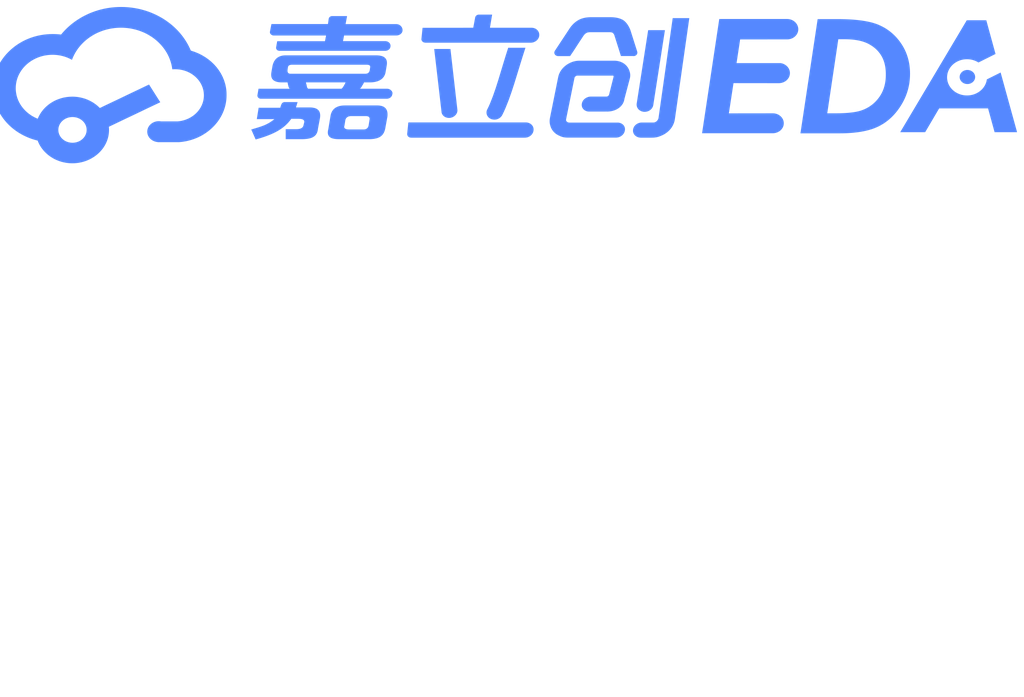
<source format=kicad_sch>
(kicad_sch
	(version 20231120)
	(generator "eeschema")
	(generator_version "8.0")
	(uuid "4bebe6ef-c2db-4d0c-9a25-50c25cad37d5")
	(paper "User" 37.2872 5.6896)
	(lib_symbols
		(symbol "Signal-blo-easyedapro:Drawing-Symbol_A4"
			(exclude_from_sim no)
			(in_bom yes)
			(on_board yes)
			(property "Reference" ""
				(at 0 0 0)
				(effects
					(font
						(size 1.27 1.27)
					)
				)
			)
			(property "Value" ""
				(at 0 0 0)
				(effects
					(font
						(size 1.27 1.27)
					)
				)
			)
			(property "Footprint" "Signal-blo-easyedapro:"
				(at 0 0 0)
				(effects
					(font
						(size 1.27 1.27)
					)
					(hide yes)
				)
			)
			(property "Datasheet" ""
				(at 0 0 0)
				(effects
					(font
						(size 1.27 1.27)
					)
					(hide yes)
				)
			)
			(property "Description" ""
				(at 0 0 0)
				(effects
					(font
						(size 1.27 1.27)
					)
					(hide yes)
				)
			)
			(symbol "Drawing-Symbol_A4_0_0"
				(polyline
					(pts
						(xy 146.9783 10.146) (xy 146.976 10.1327) (xy 146.973 10.1197) (xy 146.9695 10.1069) (xy 146.9653 10.0944)
						(xy 146.9605 10.082) (xy 146.9552 10.07) (xy 146.9493 10.0583) (xy 146.9428 10.0468) (xy 146.9358 10.0356)
						(xy 146.9283 10.0248) (xy 146.9203 10.0143) (xy 146.9118 10.0042) (xy 146.9029 9.9944) (xy 146.8935 9.985)
						(xy 146.8836 9.976) (xy 146.8733 9.9673) (xy 146.8627 9.9591) (xy 146.8516 9.9514) (xy 146.8402 9.9441)
						(xy 146.8284 9.9372) (xy 146.8163 9.9308) (xy 146.8038 9.9249) (xy 146.7911 9.9195) (xy 146.778 9.9146)
						(xy 146.7647 9.9102) (xy 146.7511 9.9064) (xy 146.7373 9.9031) (xy 146.7233 9.9004) (xy 146.709 9.8983)
						(xy 146.6945 9.8967) (xy 146.6799 9.8958) (xy 146.6651 9.8955) (xy 146.6547 9.8955) (xy 146.6398 9.8959)
						(xy 146.625 9.897) (xy 146.6102 9.899) (xy 146.5956 9.9016) (xy 146.5811 9.905) (xy 146.5668 9.9091)
						(xy 146.5528 9.9138) (xy 146.5391 9.9192) (xy 146.5256 9.9252) (xy 146.5125 9.9318) (xy 146.4999 9.939)
						(xy 146.4876 9.9467) (xy 146.4758 9.955) (xy 146.4646 9.9638) (xy 146.4539 9.973) (xy 146.4438 9.9828)
						(xy 146.434 9.9933) (xy 146.4249 10.0043) (xy 146.4166 10.0158) (xy 146.4089 10.0275) (xy 146.402 10.0397)
						(xy 146.3958 10.0521) (xy 146.3904 10.0648) (xy 146.3856 10.0777) (xy 146.3816 10.0907) (xy 146.3782 10.1039)
						(xy 146.3756 10.1173) (xy 146.3736 10.1306) (xy 146.3724 10.144) (xy 146.3718 10.1574) (xy 146.372 10.1707)
						(xy 146.3728 10.1839) (xy 146.7925 12.8714) (xy 147.4021 12.8714) (xy 146.9783 10.146)
					)
					(stroke
						(width -0.0001)
						(type solid)
					)
					(fill
						(type color)
						(color 85 136 255 1)
					)
				)
				(polyline
					(pts
						(xy 142.3185 12.2147) (xy 142.3164 12.209) (xy 142.2175 11.9012) (xy 142.1192 11.5812) (xy 141.9194 10.9313)
						(xy 141.8159 10.6145) (xy 141.7083 10.3119) (xy 141.5958 10.0302) (xy 141.5373 9.8992) (xy 141.4771 9.7759)
						(xy 141.4663 9.7575) (xy 141.4542 9.7399) (xy 141.4409 9.7233) (xy 141.4266 9.7077) (xy 141.4112 9.693)
						(xy 141.3948 9.6794) (xy 141.3775 9.667) (xy 141.3594 9.6556) (xy 141.3405 9.6454) (xy 141.321 9.6365)
						(xy 141.3008 9.6288) (xy 141.2801 9.6224) (xy 141.2589 9.6174) (xy 141.2373 9.6137) (xy 141.2154 9.6115)
						(xy 141.1932 9.6108) (xy 141.1838 9.6109) (xy 141.1744 9.6115) (xy 141.165 9.6123) (xy 141.1556 9.6134)
						(xy 141.1462 9.6148) (xy 141.1368 9.6164) (xy 141.1274 9.6182) (xy 141.118 9.6203) (xy 141.0867 9.6279)
						(xy 141.0732 9.6328) (xy 141.0602 9.6382) (xy 141.0476 9.6442) (xy 141.0355 9.6508) (xy 141.0239 9.6578)
						(xy 141.0127 9.6653) (xy 141.0021 9.6733) (xy 140.992 9.6817) (xy 140.9823 9.6905) (xy 140.9732 9.6998)
						(xy 140.9647 9.7094) (xy 140.9566 9.7194) (xy 140.9492 9.7297) (xy 140.9422 9.7404) (xy 140.9359 9.7514)
						(xy 140.9301 9.7626) (xy 140.9242 9.7755) (xy 140.9192 9.7886) (xy 140.9148 9.8019) (xy 140.9113 9.8153)
						(xy 140.9086 9.8289) (xy 140.9066 9.8425) (xy 140.9055 9.8561) (xy 140.9051 9.8698) (xy 140.9055 9.8835)
						(xy 140.9066 9.8972) (xy 140.9086 9.9108) (xy 140.9113 9.9243) (xy 140.9148 9.9378) (xy 140.9192 9.951)
						(xy 140.9242 9.9642) (xy 140.9301 9.9771) (xy 140.9842 10.088) (xy 141.0368 10.2068) (xy 141.1382 10.4644)
						(xy 141.2355 10.7434) (xy 141.3297 11.0373) (xy 141.5129 11.6433) (xy 141.604 11.9423) (xy 141.6963 12.2299)
						(xy 142.3226 12.2299) (xy 142.3185 12.2147)
					)
					(stroke
						(width -0.0001)
						(type solid)
					)
					(fill
						(type color)
						(color 85 136 255 1)
					)
				)
				(polyline
					(pts
						(xy 139.8445 9.9733) (xy 139.8455 9.9609) (xy 139.8459 9.9485) (xy 139.8456 9.9362) (xy 139.8447 9.9241)
						(xy 139.8432 9.912) (xy 139.841 9.9001) (xy 139.8383 9.8883) (xy 139.835 9.8766) (xy 139.8311 9.8652)
						(xy 139.8266 9.8539) (xy 139.8216 9.8428) (xy 139.816 9.8319) (xy 139.8099 9.8213) (xy 139.8033 9.8109)
						(xy 139.7962 9.8007) (xy 139.7886 9.7908) (xy 139.7806 9.7812) (xy 139.7721 9.7719) (xy 139.7631 9.763)
						(xy 139.7536 9.7543) (xy 139.7438 9.746) (xy 139.7335 9.738) (xy 139.7229 9.7304) (xy 139.7118 9.7232)
						(xy 139.7004 9.7164) (xy 139.6885 9.71) (xy 139.6764 9.704) (xy 139.6639 9.6985) (xy 139.651 9.6934)
						(xy 139.6379 9.6888) (xy 139.6244 9.6846) (xy 139.6107 9.681) (xy 139.6044 9.6791) (xy 139.5966 9.6778)
						(xy 139.5888 9.6766) (xy 139.5809 9.6756) (xy 139.5731 9.6748) (xy 139.5653 9.6742) (xy 139.5574 9.6738)
						(xy 139.5496 9.6735) (xy 139.5418 9.6734) (xy 139.5287 9.6736) (xy 139.5159 9.6744) (xy 139.5032 9.6756)
						(xy 139.4907 9.6772) (xy 139.4784 9.6794) (xy 139.4664 9.6819) (xy 139.4546 9.6849) (xy 139.443 9.6884)
						(xy 139.4316 9.6922) (xy 139.4206 9.6965) (xy 139.4098 9.7012) (xy 139.3993 9.7063) (xy 139.3891 9.7118)
						(xy 139.3792 9.7177) (xy 139.3696 9.724) (xy 139.3604 9.7306) (xy 139.3515 9.7376) (xy 139.343 9.7449)
						(xy 139.3349 9.7526) (xy 139.3271 9.7606) (xy 139.3197 9.769) (xy 139.3128 9.7776) (xy 139.3063 9.7866)
						(xy 139.3002 9.7959) (xy 139.2945 9.8055) (xy 139.2893 9.8154) (xy 139.2846 9.8255) (xy 139.2803 9.836)
						(xy 139.2765 9.8467) (xy 139.2733 9.8576) (xy 139.2705 9.8688) (xy 139.2683 9.8803) (xy 139.2683 9.8898)
						(xy 139.0011 12.1844) (xy 139.0011 12.1863) (xy 139.5919 12.1863) (xy 139.8445 9.9733)
					)
					(stroke
						(width -0.0001)
						(type solid)
					)
					(fill
						(type color)
						(color 85 136 255 1)
					)
				)
				(polyline
					(pts
						(xy 142.3562 9.5079) (xy 142.3709 9.5068) (xy 142.3853 9.505) (xy 142.3996 9.5024) (xy 142.4136 9.4992)
						(xy 142.4275 9.4953) (xy 142.4411 9.4907) (xy 142.4544 9.4855) (xy 142.4675 9.4797) (xy 142.4803 9.4733)
						(xy 142.4928 9.4662) (xy 142.5049 9.4586) (xy 142.5168 9.4505) (xy 142.5283 9.4418) (xy 142.5394 9.4326)
						(xy 142.5502 9.4229) (xy 142.5597 9.4123) (xy 142.5685 9.4014) (xy 142.5766 9.39) (xy 142.5841 9.3783)
						(xy 142.5909 9.3662) (xy 142.597 9.3538) (xy 142.6024 9.3412) (xy 142.6071 9.3282) (xy 142.611 9.315)
						(xy 142.6142 9.3016) (xy 142.6166 9.288) (xy 142.6183 9.2742) (xy 142.6192 9.2603) (xy 142.6193 9.2462)
						(xy 142.6185 9.2321) (xy 142.617 9.2179) (xy 142.6149 9.2046) (xy 142.6126 9.1915) (xy 142.6097 9.1787)
						(xy 142.6061 9.166) (xy 142.6019 9.1535) (xy 142.5971 9.1413) (xy 142.5917 9.1293) (xy 142.5858 9.1176)
						(xy 142.5793 9.1062) (xy 142.5722 9.0951) (xy 142.5647 9.0843) (xy 142.5567 9.0738) (xy 142.5482 9.0636)
						(xy 142.5392 9.0538) (xy 142.5298 9.0444) (xy 142.52 9.0353) (xy 142.5097 9.0267) (xy 142.4991 9.0184)
						(xy 142.4882 9.0106) (xy 142.4768 9.0032) (xy 142.4652 8.9963) (xy 142.4532 8.9899) (xy 142.4409 8.9839)
						(xy 142.4284 8.9784) (xy 142.4156 8.9735) (xy 142.4025 8.9691) (xy 142.3892 8.9652) (xy 142.3758 8.9618)
						(xy 142.3621 8.9591) (xy 142.3483 8.9569) (xy 142.3343 8.9554) (xy 142.3202 8.9544) (xy 142.3059 8.9541)
						(xy 138.1576 8.9541) (xy 138.1502 8.9543) (xy 138.143 8.9548) (xy 138.1358 8.9556) (xy 138.1288 8.9567)
						(xy 138.122 8.9582) (xy 138.1152 8.96) (xy 138.1087 8.962) (xy 138.1023 8.9643) (xy 138.0961 8.9669)
						(xy 138.09 8.9698) (xy 138.0842 8.9729) (xy 138.0785 8.9763) (xy 138.073 8.9799) (xy 138.0678 8.9837)
						(xy 138.0627 8.9878) (xy 138.0579 8.992) (xy 138.0533 8.9965) (xy 138.049 9.0012) (xy 138.0449 9.006)
						(xy 138.0411 9.011) (xy 138.0375 9.0162) (xy 138.0342 9.0215) (xy 138.0312 9.0269) (xy 138.0284 9.0326)
						(xy 138.026 9.0383) (xy 138.0238 9.0441) (xy 138.022 9.0501) (xy 138.0205 9.0562) (xy 138.0193 9.0623)
						(xy 138.0184 9.0686) (xy 138.0179 9.0749) (xy 138.0177 9.0812) (xy 138.0177 9.0831) (xy 138.0156 9.0831)
						(xy 138.0595 9.5083) (xy 142.3414 9.5083) (xy 142.3562 9.5079)
					)
					(stroke
						(width -0.0001)
						(type solid)
					)
					(fill
						(type color)
						(color 85 136 255 1)
					)
				)
				(polyline
					(pts
						(xy 159.4399 12.0041) (xy 158.8178 11.6928) (xy 158.7955 11.7067) (xy 158.7727 11.7197) (xy 158.7492 11.732)
						(xy 158.7252 11.7435) (xy 158.7007 11.7542) (xy 158.6757 11.764) (xy 158.6501 11.773) (xy 158.6241 11.7811)
						(xy 158.5977 11.7883) (xy 158.5708 11.7946) (xy 158.5436 11.7999) (xy 158.5159 11.8044) (xy 158.488 11.8078)
						(xy 158.4597 11.8103) (xy 158.4311 11.8119) (xy 158.4023 11.8124) (xy 158.3649 11.8115) (xy 158.3281 11.809)
						(xy 158.2917 11.8048) (xy 158.256 11.7989) (xy 158.2209 11.7916) (xy 158.1864 11.7826) (xy 158.1527 11.7723)
						(xy 158.1197 11.7604) (xy 158.0875 11.7472) (xy 158.0562 11.7326) (xy 158.0257 11.7167) (xy 157.9963 11.6995)
						(xy 157.9678 11.681) (xy 157.9403 11.6614) (xy 157.914 11.6407) (xy 157.8887 11.6188) (xy 157.8647 11.5958)
						(xy 157.8418 11.5719) (xy 157.8202 11.5469) (xy 157.8 11.521) (xy 157.781 11.4942) (xy 157.7635 11.4666)
						(xy 157.7475 11.4381) (xy 157.7329 11.4088) (xy 157.7199 11.3788) (xy 157.7085 11.3482) (xy 157.6987 11.3168)
						(xy 157.6905 11.2849) (xy 157.6842 11.2524) (xy 157.6795 11.2194) (xy 157.6767 11.1858) (xy 157.6758 11.1519)
						(xy 157.6767 11.1179) (xy 157.6795 11.0844) (xy 157.6842 11.0514) (xy 157.6905 11.0189) (xy 157.6987 10.987)
						(xy 157.7085 10.9556) (xy 157.7199 10.9249) (xy 157.7329 10.895) (xy 157.7475 10.8657) (xy 157.7635 10.8372)
						(xy 157.781 10.8096) (xy 157.8 10.7828) (xy 157.8202 10.7569) (xy 157.8418 10.7319) (xy 157.8647 10.7079)
						(xy 157.8887 10.685) (xy 157.914 10.6631) (xy 157.9403 10.6424) (xy 157.9678 10.6227) (xy 157.9963 10.6043)
						(xy 158.0257 10.5871) (xy 158.0562 10.5712) (xy 158.0875 10.5566) (xy 158.1197 10.5434) (xy 158.1527 10.5315)
						(xy 158.1864 10.5211) (xy 158.2209 10.5122) (xy 158.256 10.5048) (xy 158.2917 10.499) (xy 158.3281 10.4948)
						(xy 158.3649 10.4923) (xy 158.4023 10.4914) (xy 158.4371 10.4922) (xy 158.4715 10.4944) (xy 158.5055 10.4981)
						(xy 158.5389 10.5031) (xy 158.5718 10.5096) (xy 158.6042 10.5174) (xy 158.6359 10.5265) (xy 158.6669 10.5369)
						(xy 158.6973 10.5485) (xy 158.727 10.5613) (xy 158.7559 10.5753) (xy 158.7841 10.5904) (xy 158.8114 10.6066)
						(xy 158.8378 10.6239) (xy 158.8634 10.6422) (xy 158.888 10.6615) (xy 158.9116 10.6818) (xy 158.9342 10.703)
						(xy 158.9558 10.7251) (xy 158.9763 10.748) (xy 158.9957 10.7718) (xy 159.0139 10.7964) (xy 159.0309 10.8217)
						(xy 159.0467 10.8477) (xy 159.0613 10.8744) (xy 159.0745 10.9018) (xy 159.0864 10.9298) (xy 159.097 10.9584)
						(xy 159.1061 10.9875) (xy 159.1138 11.0172) (xy 159.12 11.0473) (xy 159.1247 11.0779) (xy 159.6257 11.3284)
						(xy 160.2249 9.1534) (xy 159.4065 9.1534) (xy 159.1685 10.0207) (xy 157.3877 10.0207) (xy 156.8783 9.1534)
						(xy 155.9701 9.1534) (xy 158.394 13.232) (xy 159.1038 13.232) (xy 159.4399 12.0041)
					)
					(stroke
						(width -0.0001)
						(type solid)
					)
					(fill
						(type color)
						(color 85 136 255 1)
					)
				)
				(polyline
					(pts
						(xy 158.4338 11.4201) (xy 158.4481 11.419) (xy 158.4622 11.4172) (xy 158.476 11.4148) (xy 158.4896 11.4118)
						(xy 158.5029 11.4082) (xy 158.516 11.4041) (xy 158.5287 11.3994) (xy 158.5412 11.3941) (xy 158.5532 11.3883)
						(xy 158.565 11.3821) (xy 158.5763 11.3753) (xy 158.5873 11.368) (xy 158.5979 11.3603) (xy 158.608 11.3522)
						(xy 158.6177 11.3436) (xy 158.6269 11.3346) (xy 158.6357 11.3252) (xy 158.6439 11.3155) (xy 158.6516 11.3053)
						(xy 158.6589 11.2949) (xy 158.6655 11.2841) (xy 158.6716 11.273) (xy 158.6771 11.2616) (xy 158.682 11.2499)
						(xy 158.6863 11.2379) (xy 158.69 11.2258) (xy 158.693 11.2133) (xy 158.6953 11.2007) (xy 158.6969 11.1878)
						(xy 158.6979 11.1748) (xy 158.6981 11.1616) (xy 158.6976 11.1485) (xy 158.6963 11.1355) (xy 158.6944 11.1227)
						(xy 158.6918 11.1101) (xy 158.6885 11.0977) (xy 158.6845 11.0856) (xy 158.68 11.0737) (xy 158.6748 11.0621)
						(xy 158.669 11.0508) (xy 158.6627 11.0398) (xy 158.6557 11.0292) (xy 158.6483 11.0189) (xy 158.6403 11.0089)
						(xy 158.6318 10.9993) (xy 158.6229 10.9901) (xy 158.6134 10.9813) (xy 158.6035 10.9729) (xy 158.5932 10.9649)
						(xy 158.5825 10.9574) (xy 158.5714 10.9504) (xy 158.5598 10.9438) (xy 158.548 10.9378) (xy 158.5358 10.9322)
						(xy 158.5232 10.9272) (xy 158.5104 10.9228) (xy 158.4972 10.9189) (xy 158.4838 10.9156) (xy 158.4701 10.9128)
						(xy 158.4562 10.9107) (xy 158.4421 10.9092) (xy 158.4278 10.9084) (xy 158.4133 10.9082) (xy 158.3988 10.9086)
						(xy 158.3845 10.9098) (xy 158.3704 10.9115) (xy 158.3565 10.9139) (xy 158.3429 10.9169) (xy 158.3296 10.9205)
						(xy 158.3166 10.9247) (xy 158.3038 10.9294) (xy 158.2914 10.9346) (xy 158.2793 10.9404) (xy 158.2676 10.9467)
						(xy 158.2562 10.9534) (xy 158.2453 10.9607) (xy 158.2347 10.9684) (xy 158.2246 10.9766) (xy 158.2149 10.9851)
						(xy 158.2057 10.9941) (xy 158.1969 11.0035) (xy 158.1887 11.0133) (xy 158.1809 11.0234) (xy 158.1737 11.0338)
						(xy 158.1671 11.0446) (xy 158.161 11.0557) (xy 158.1554 11.0672) (xy 158.1505 11.0788) (xy 158.1462 11.0908)
						(xy 158.1426 11.103) (xy 158.1396 11.1154) (xy 158.1373 11.128) (xy 158.1356 11.1409) (xy 158.1347 11.1539)
						(xy 158.1345 11.1671) (xy 158.135 11.1803) (xy 158.1362 11.1933) (xy 158.1382 11.2061) (xy 158.1408 11.2187)
						(xy 158.1441 11.231) (xy 158.148 11.2432) (xy 158.1526 11.255) (xy 158.1578 11.2666) (xy 158.1636 11.2779)
						(xy 158.1699 11.2889) (xy 158.1768 11.2995) (xy 158.1843 11.3099) (xy 158.1922 11.3198) (xy 158.2007 11.3294)
						(xy 158.2097 11.3386) (xy 158.2191 11.3474) (xy 158.229 11.3558) (xy 158.2393 11.3638) (xy 158.2501 11.3713)
						(xy 158.2612 11.3783) (xy 158.2727 11.3849) (xy 158.2846 11.3909) (xy 158.2968 11.3965) (xy 158.3093 11.4015)
						(xy 158.3222 11.4059) (xy 158.3353 11.4099) (xy 158.3488 11.4132) (xy 158.3624 11.4159) (xy 158.3763 11.418)
						(xy 158.3905 11.4195) (xy 158.4048 11.4204) (xy 158.4193 11.4206) (xy 158.4338 11.4201)
					)
					(stroke
						(width -0.0001)
						(type solid)
					)
					(fill
						(type color)
						(color 85 136 255 1)
					)
				)
				(polyline
					(pts
						(xy 147.7653 9.6354) (xy 147.7561 9.5831) (xy 147.7432 9.532) (xy 147.7269 9.4824) (xy 147.7072 9.4344)
						(xy 147.6842 9.388) (xy 147.6581 9.3433) (xy 147.6288 9.3005) (xy 147.5965 9.2597) (xy 147.5613 9.2208)
						(xy 147.5233 9.1842) (xy 147.4825 9.1497) (xy 147.4392 9.1177) (xy 147.3933 9.088) (xy 147.3449 9.0609)
						(xy 147.2942 9.0365) (xy 147.2413 9.0148) (xy 147.2236 9.0073) (xy 147.2058 9.0002) (xy 147.1878 8.9937)
						(xy 147.1696 8.9877) (xy 147.1512 8.9822) (xy 147.1326 8.9773) (xy 147.1139 8.9728) (xy 147.0949 8.9688)
						(xy 147.0757 8.9653) (xy 147.0563 8.9623) (xy 147.0366 8.9598) (xy 147.0167 8.9577) (xy 146.9966 8.9561)
						(xy 146.9761 8.955) (xy 146.9554 8.9543) (xy 146.9344 8.9541) (xy 146.519 8.9541) (xy 146.5041 8.9545)
						(xy 146.4893 8.9557) (xy 146.4745 8.9576) (xy 146.4599 8.9603) (xy 146.4454 8.9636) (xy 146.4311 8.9677)
						(xy 146.4171 8.9724) (xy 146.4034 8.9778) (xy 146.3899 8.9838) (xy 146.3768 8.9904) (xy 146.3642 8.9976)
						(xy 146.3519 9.0053) (xy 146.3401 9.0136) (xy 146.3289 9.0224) (xy 146.3182 9.0317) (xy 146.3081 9.0414)
						(xy 146.2986 9.0519) (xy 146.2898 9.0628) (xy 146.2817 9.0741) (xy 146.2742 9.0857) (xy 146.2674 9.0976)
						(xy 146.2613 9.1098) (xy 146.2559 9.1223) (xy 146.2512 9.1351) (xy 146.2473 9.1481) (xy 146.2441 9.1614)
						(xy 146.2416 9.1748) (xy 146.24 9.1885) (xy 146.2391 9.2023) (xy 146.239 9.2162) (xy 146.2397 9.2303)
						(xy 146.2413 9.2445) (xy 146.2434 9.254) (xy 146.2457 9.267) (xy 146.2486 9.2799) (xy 146.2523 9.2926)
						(xy 146.2565 9.305) (xy 146.2613 9.3173) (xy 146.2668 9.3292) (xy 146.2728 9.3409) (xy 146.2794 9.3524)
						(xy 146.2865 9.3635) (xy 146.2941 9.3743) (xy 146.3023 9.3848) (xy 146.3109 9.3949) (xy 146.32 9.4047)
						(xy 146.3295 9.4142) (xy 146.3395 9.4232) (xy 146.3499 9.4319) (xy 146.3606 9.4401) (xy 146.3717 9.448)
						(xy 146.3832 9.4553) (xy 146.3951 9.4622) (xy 146.4072 9.4687) (xy 146.4197 9.4747) (xy 146.4324 9.4801)
						(xy 146.4454 9.4851) (xy 146.4586 9.4895) (xy 146.4721 9.4934) (xy 146.4857 9.4967) (xy 146.4996 9.4995)
						(xy 146.5136 9.5016) (xy 146.5278 9.5032) (xy 146.5421 9.5042) (xy 146.5565 9.5045) (xy 146.972 9.5045)
						(xy 146.9813 9.5047) (xy 146.9903 9.5052) (xy 146.9991 9.5061) (xy 147.0077 9.5074) (xy 147.0162 9.509)
						(xy 147.0244 9.511) (xy 147.0325 9.5134) (xy 147.0404 9.5161) (xy 147.0481 9.5192) (xy 147.0557 9.5227)
						(xy 147.0632 9.5266) (xy 147.0706 9.5309) (xy 147.0779 9.5356) (xy 147.0851 9.5406) (xy 147.0923 9.5461)
						(xy 147.0993 9.5519) (xy 147.1066 9.5591) (xy 147.1135 9.5665) (xy 147.1201 9.574) (xy 147.1263 9.5816)
						(xy 147.1321 9.5894) (xy 147.1376 9.5972) (xy 147.1427 9.6052) (xy 147.1474 9.6131) (xy 147.1517 9.6212)
						(xy 147.1556 9.6292) (xy 147.1591 9.6373) (xy 147.1622 9.6453) (xy 147.1649 9.6534) (xy 147.1671 9.6614)
						(xy 147.1689 9.6693) (xy 147.1703 9.6772) (xy 147.686 13.3098) (xy 148.2893 13.3098) (xy 147.7653 9.6354)
					)
					(stroke
						(width -0.0001)
						(type solid)
					)
					(fill
						(type color)
						(color 85 136 255 1)
					)
				)
				(polyline
					(pts
						(xy 141.0303 12.9587) (xy 142.5439 12.9587) (xy 142.5599 12.9584) (xy 142.5756 12.9573) (xy 142.5911 12.9555)
						(xy 142.6063 12.9531) (xy 142.6212 12.9499) (xy 142.6358 12.946) (xy 142.6501 12.9414) (xy 142.664 12.9362)
						(xy 142.6775 12.9302) (xy 142.6906 12.9236) (xy 142.7032 12.9163) (xy 142.7154 12.9083) (xy 142.7271 12.8996)
						(xy 142.7382 12.8902) (xy 142.7489 12.8802) (xy 142.759 12.8695) (xy 142.7684 12.859) (xy 142.7772 12.8481)
						(xy 142.7852 12.8368) (xy 142.7926 12.8252) (xy 142.7992 12.8133) (xy 142.8051 12.801) (xy 142.8103 12.7884)
						(xy 142.8148 12.7756) (xy 142.8185 12.7625) (xy 142.8216 12.7491) (xy 142.8238 12.7355) (xy 142.8253 12.7217)
						(xy 142.8261 12.7076) (xy 142.826 12.6934) (xy 142.8252 12.6791) (xy 142.8237 12.6645) (xy 142.8237 12.6607)
						(xy 142.8214 12.6477) (xy 142.8185 12.6348) (xy 142.8149 12.6222) (xy 142.8107 12.6098) (xy 142.806 12.5977)
						(xy 142.8006 12.5858) (xy 142.7947 12.5742) (xy 142.7883 12.5629) (xy 142.7813 12.552) (xy 142.7738 12.5413)
						(xy 142.7657 12.531) (xy 142.7573 12.521) (xy 142.7483 12.5113) (xy 142.7389 12.5021) (xy 142.729 12.4932)
						(xy 142.7188 12.4847) (xy 142.7081 12.4766) (xy 142.697 12.469) (xy 142.6856 12.4618) (xy 142.6738 12.4551)
						(xy 142.6617 12.4488) (xy 142.6493 12.443) (xy 142.6365 12.4376) (xy 142.6235 12.4328) (xy 142.6101 12.4285)
						(xy 142.5965 12.4248) (xy 142.5827 12.4215) (xy 142.5687 12.4189) (xy 142.5544 12.4168) (xy 142.54 12.4152)
						(xy 142.5253 12.4143) (xy 142.5105 12.414) (xy 138.6733 12.414) (xy 138.6733 12.4159) (xy 138.6661 12.4163)
						(xy 138.659 12.4169) (xy 138.652 12.4179) (xy 138.6452 12.4191) (xy 138.6385 12.4207) (xy 138.6319 12.4225)
						(xy 138.6254 12.4246) (xy 138.6192 12.427) (xy 138.613 12.4296) (xy 138.6071 12.4325) (xy 138.6013 12.4356)
						(xy 138.5957 12.439) (xy 138.5903 12.4426) (xy 138.5852 12.4464) (xy 138.5802 12.4504) (xy 138.5754 12.4546)
						(xy 138.5709 12.459) (xy 138.5666 12.4636) (xy 138.5625 12.4684) (xy 138.5587 12.4733) (xy 138.5552 12.4784)
						(xy 138.5519 12.4837) (xy 138.5489 12.4891) (xy 138.5462 12.4946) (xy 138.5437 12.5003) (xy 138.5416 12.5061)
						(xy 138.5398 12.512) (xy 138.5382 12.5181) (xy 138.5371 12.5242) (xy 138.5362 12.5304) (xy 138.5357 12.5367)
						(xy 138.5355 12.5431) (xy 138.5355 12.5499) (xy 138.5356 12.5531) (xy 138.5358 12.5561) (xy 138.536 12.5591)
						(xy 138.5362 12.5606) (xy 138.5364 12.562) (xy 138.5366 12.5635) (xy 138.5369 12.5649) (xy 138.5372 12.5663)
						(xy 138.5376 12.5677) (xy 138.5772 12.9568) (xy 140.4228 12.9587) (xy 140.4917 13.325) (xy 140.4926 13.331)
						(xy 140.4938 13.3369) (xy 140.4953 13.3427) (xy 140.4971 13.3484) (xy 140.4991 13.3539) (xy 140.5014 13.3593)
						(xy 140.5039 13.3646) (xy 140.5067 13.3697) (xy 140.5097 13.3747) (xy 140.513 13.3796) (xy 140.5165 13.3843)
						(xy 140.5201 13.3888) (xy 140.524 13.3932) (xy 140.5281 13.3974) (xy 140.5324 13.4014) (xy 140.5368 13.4052)
						(xy 140.5415 13.4089) (xy 140.5463 13.4123) (xy 140.5513 13.4155) (xy 140.5564 13.4186) (xy 140.5617 13.4214)
						(xy 140.5671 13.424) (xy 140.5726 13.4264) (xy 140.5783 13.4286) (xy 140.5841 13.4305) (xy 140.59 13.4322)
						(xy 140.596 13.4336) (xy 140.6021 13.4348) (xy 140.6083 13.4358) (xy 140.6146 13.4365) (xy 140.621 13.4369)
						(xy 140.6274 13.437) (xy 141.1097 13.437) (xy 141.0303 12.9587)
					)
					(stroke
						(width -0.0001)
						(type solid)
					)
					(fill
						(type color)
						(color 85 136 255 1)
					)
				)
				(polyline
					(pts
						(xy 133.9675 10.0549) (xy 134.4623 10.0549) (xy 134.4906 10.0545) (xy 134.5177 10.0533) (xy 134.5438 10.0514)
						(xy 134.5687 10.0486) (xy 134.5926 10.0451) (xy 134.6154 10.0408) (xy 134.6372 10.0357) (xy 134.6578 10.0297)
						(xy 134.6774 10.023) (xy 134.6959 10.0155) (xy 134.7134 10.0072) (xy 134.7298 9.998) (xy 134.7451 9.9881)
						(xy 134.7593 9.9773) (xy 134.7725 9.9657) (xy 134.7846 9.9533) (xy 134.7957 9.9401) (xy 134.8057 9.9261)
						(xy 134.8147 9.9112) (xy 134.8226 9.8955) (xy 134.8294 9.8789) (xy 134.8352 9.8616) (xy 134.84 9.8433)
						(xy 134.8437 9.8243) (xy 134.8464 9.8044) (xy 134.848 9.7836) (xy 134.8486 9.762) (xy 134.8482 9.7396)
						(xy 134.8467 9.7162) (xy 134.8442 9.6921) (xy 134.8406 9.667) (xy 134.836 9.6411) (xy 134.7692 9.2881)
						(xy 134.7663 9.2625) (xy 134.7626 9.2379) (xy 134.758 9.2143) (xy 134.7527 9.1918) (xy 134.7465 9.1702)
						(xy 134.7394 9.1496) (xy 134.7315 9.1299) (xy 134.7228 9.1112) (xy 134.7131 9.0934) (xy 134.7026 9.0765)
						(xy 134.6912 9.0605) (xy 134.6788 9.0454) (xy 134.6655 9.0311) (xy 134.6513 9.0177) (xy 134.6361 9.0051)
						(xy 134.62 8.9932) (xy 134.6028 8.9822) (xy 134.5847 8.9719) (xy 134.5656 8.9624) (xy 134.5455 8.9536)
						(xy 134.5243 8.9455) (xy 134.5021 8.9381) (xy 134.4788 8.9314) (xy 134.4545 8.9254) (xy 134.4291 8.92)
						(xy 134.4026 8.9153) (xy 134.3463 8.9076) (xy 134.2856 8.9022) (xy 134.2202 8.899) (xy 133.5938 8.899)
						(xy 133.5938 9.2634) (xy 133.9822 9.2634) (xy 134.0112 9.264) (xy 134.0381 9.2657) (xy 134.063 9.2685)
						(xy 134.086 9.2723) (xy 134.107 9.2771) (xy 134.1262 9.2829) (xy 134.1438 9.2896) (xy 134.1596 9.2971)
						(xy 134.1739 9.3056) (xy 134.1867 9.3148) (xy 134.1981 9.3248) (xy 134.2082 9.3355) (xy 134.2171 9.3469)
						(xy 134.2247 9.359) (xy 134.2313 9.3717) (xy 134.2369 9.3849) (xy 134.264 9.495) (xy 134.2663 9.5039)
						(xy 134.268 9.5126) (xy 134.2692 9.521) (xy 134.2698 9.5291) (xy 134.2698 9.5369) (xy 134.2694 9.5444)
						(xy 134.2683 9.5517) (xy 134.2667 9.5587) (xy 134.2646 9.5654) (xy 134.2619 9.5718) (xy 134.2587 9.5779)
						(xy 134.2549 9.5838) (xy 134.2506 9.5893) (xy 134.2457 9.5946) (xy 134.2402 9.5996) (xy 134.2343 9.6044)
						(xy 134.2277 9.6088) (xy 134.2206 9.613) (xy 134.213 9.6168) (xy 134.2048 9.6204) (xy 134.1961 9.6237)
						(xy 134.1868 9.6267) (xy 134.1769 9.6295) (xy 134.1665 9.6319) (xy 134.1556 9.6341) (xy 134.1441 9.6359)
						(xy 134.1321 9.6375) (xy 134.1195 9.6388) (xy 134.1063 9.6398) (xy 134.0926 9.6406) (xy 134.0784 9.641)
						(xy 134.0636 9.6411) (xy 133.7964 9.6411) (xy 133.747 9.5746) (xy 133.6944 9.5116) (xy 133.6383 9.4519)
						(xy 133.5785 9.3953) (xy 133.5148 9.3416) (xy 133.4471 9.2906) (xy 133.375 9.2422) (xy 133.2984 9.1961)
						(xy 133.2172 9.1521) (xy 133.131 9.11) (xy 133.0398 9.0698) (xy 132.9432 9.031) (xy 132.8411 8.9936)
						(xy 132.7334 8.9574) (xy 132.6197 8.9221) (xy 132.4999 8.8877) (xy 132.3391 9.2521) (xy 132.4883 9.2951)
						(xy 132.6174 9.3348) (xy 132.6756 9.3541) (xy 132.7302 9.3734) (xy 132.7817 9.393) (xy 132.8305 9.4131)
						(xy 132.8772 9.4342) (xy 132.9221 9.4564) (xy 132.9658 9.48) (xy 133.0088 9.5053) (xy 133.0515 9.5327)
						(xy 133.0943 9.5624) (xy 133.1379 9.5946) (xy 133.1826 9.6297) (xy 132.5416 9.6297) (xy 132.6084 10.0435)
						(xy 133.3976 10.0435) (xy 133.3977 10.0461) (xy 133.3982 10.0495) (xy 133.3989 10.0537) (xy 133.4 10.0587)
						(xy 133.403 10.0709) (xy 133.4073 10.0857) (xy 133.4099 10.094) (xy 133.4128 10.1028) (xy 133.416 10.1122)
						(xy 133.4196 10.122) (xy 133.4235 10.1322) (xy 133.4278 10.1428) (xy 133.4323 10.1537) (xy 133.4373 10.165)
						(xy 133.4386 10.1696) (xy 133.4401 10.1741) (xy 133.4419 10.1785) (xy 133.4438 10.1828) (xy 133.446 10.187)
						(xy 133.4484 10.1912) (xy 133.451 10.1952) (xy 133.4538 10.1991) (xy 133.4568 10.2029) (xy 133.46 10.2066)
						(xy 133.4633 10.2102) (xy 133.4668 10.2137) (xy 133.4704 10.217) (xy 133.4742 10.2202) (xy 133.4781 10.2233)
						(xy 133.4822 10.2262) (xy 133.4863 10.2289) (xy 133.4906 10.2316) (xy 133.495 10.234) (xy 133.4995 10.2364)
						(xy 133.5041 10.2385) (xy 133.5087 10.2405) (xy 133.5135 10.2423) (xy 133.5183 10.244) (xy 133.5232 10.2454)
						(xy 133.5281 10.2467) (xy 133.5331 10.2478) (xy 133.5381 10.2487) (xy 133.5431 10.2494) (xy 133.5482 10.25)
						(xy 133.5533 10.2503) (xy 133.5584 10.2504) (xy 134.026 10.2504) (xy 133.9675 10.0549)
					)
					(stroke
						(width -0.0001)
						(type solid)
					)
					(fill
						(type color)
						(color 85 136 255 1)
					)
				)
				(polyline
					(pts
						(xy 153.8138 13.2729) (xy 153.9352 13.2704) (xy 154.0526 13.2662) (xy 154.1658 13.2602) (xy 154.275 13.2526)
						(xy 154.38 13.2433) (xy 154.481 13.2322) (xy 154.5778 13.2195) (xy 154.6706 13.205) (xy 154.7593 13.1888)
						(xy 154.844 13.1709) (xy 154.9245 13.1513) (xy 155.001 13.1299) (xy 155.0734 13.1069) (xy 155.1417 13.0821)
						(xy 155.206 13.0555) (xy 155.2675 13.0271) (xy 155.3276 12.9968) (xy 155.3863 12.9645) (xy 155.4435 12.9303)
						(xy 155.4993 12.894) (xy 155.5537 12.8559) (xy 155.6066 12.8158) (xy 155.658 12.7737) (xy 155.7079 12.7296)
						(xy 155.7564 12.6836) (xy 155.8034 12.6357) (xy 155.8489 12.5858) (xy 155.893 12.5339) (xy 155.9355 12.4801)
						(xy 155.9765 12.4243) (xy 156.016 12.3666) (xy 156.0536 12.3073) (xy 156.0887 12.2469) (xy 156.1215 12.1854)
						(xy 156.1518 12.1228) (xy 156.1798 12.059) (xy 156.2053 11.9941) (xy 156.2284 11.9281) (xy 156.2491 11.861)
						(xy 156.2673 11.7927) (xy 156.2832 11.7233) (xy 156.2966 11.6528) (xy 156.3076 11.5811) (xy 156.3161 11.5083)
						(xy 156.3222 11.4343) (xy 156.3259 11.3591) (xy 156.3271 11.2828) (xy 156.3258 11.2049) (xy 156.322 11.1277)
						(xy 156.3156 11.0512) (xy 156.3066 10.9754) (xy 156.2951 10.9004) (xy 156.281 10.826) (xy 156.2642 10.7524)
						(xy 156.2449 10.6795) (xy 156.2229 10.6074) (xy 156.1983 10.536) (xy 156.1711 10.4653) (xy 156.1413 10.3954)
						(xy 156.1087 10.3262) (xy 156.0735 10.2578) (xy 156.0357 10.1901) (xy 155.9952 10.1232) (xy 155.9533 10.0585)
						(xy 155.9101 9.996) (xy 155.8655 9.9357) (xy 155.8195 9.8777) (xy 155.772 9.8218) (xy 155.7232 9.7682)
						(xy 155.673 9.7169) (xy 155.6214 9.6677) (xy 155.5685 9.6208) (xy 155.5142 9.5761) (xy 155.4585 9.5336)
						(xy 155.4015 9.4933) (xy 155.3432 9.4553) (xy 155.2835 9.4195) (xy 155.2224 9.3859) (xy 155.1601 9.3545)
						(xy 155.0955 9.3252) (xy 155.0279 9.2978) (xy 154.9573 9.2722) (xy 154.8837 9.2485) (xy 154.807 9.2267)
						(xy 154.7272 9.2068) (xy 154.6444 9.1887) (xy 154.5585 9.1726) (xy 154.4696 9.1583) (xy 154.3776 9.1459)
						(xy 154.2826 9.1355) (xy 154.1845 9.1269) (xy 154.0833 9.1202) (xy 153.979 9.1154) (xy 153.8717 9.1126)
						(xy 153.7613 9.1116) (xy 152.3375 9.1116) (xy 152.4471 9.8404) (xy 153.3124 9.8404) (xy 153.5964 9.8404)
						(xy 153.7543 9.8421) (xy 153.9009 9.8471) (xy 153.9699 9.8508) (xy 154.0361 9.8552) (xy 154.0995 9.8605)
						(xy 154.16 9.8665) (xy 154.2177 9.8733) (xy 154.2726 9.8808) (xy 154.3246 9.8891) (xy 154.3738 9.8981)
						(xy 154.4201 9.9078) (xy 154.4636 9.9182) (xy 154.5043 9.9292) (xy 154.5421 9.941) (xy 154.5931 9.9592)
						(xy 154.6428 9.9791) (xy 154.6912 10.0005) (xy 154.7382 10.0236) (xy 154.784 10.0482) (xy 154.8284 10.0745)
						(xy 154.8716 10.1023) (xy 154.9134 10.1318) (xy 154.954 10.1628) (xy 154.9933 10.1955) (xy 155.0312 10.2297)
						(xy 155.0679 10.2656) (xy 155.1033 10.303) (xy 155.1374 10.3421) (xy 155.1703 10.3827) (xy 155.2018 10.425)
						(xy 155.2318 10.4683) (xy 155.2598 10.5129) (xy 155.286 10.5587) (xy 155.3101 10.6057) (xy 155.3324 10.654)
						(xy 155.3527 10.7035) (xy 155.371 10.7543) (xy 155.3874 10.8062) (xy 155.4017 10.8594) (xy 155.4141 10.9138)
						(xy 155.4245 10.9695) (xy 155.4329 11.0263) (xy 155.4392 11.0844) (xy 155.4435 11.1436) (xy 155.4458 11.2041)
						(xy 155.4461 11.2658) (xy 155.4454 11.3169) (xy 155.4433 11.3669) (xy 155.4399 11.416) (xy 155.4351 11.464)
						(xy 155.429 11.5109) (xy 155.4214 11.5569) (xy 155.4125 11.6017) (xy 155.4022 11.6456) (xy 155.3906 11.6884)
						(xy 155.3776 11.7302) (xy 155.3632 11.7709) (xy 155.3474 11.8105) (xy 155.3303 11.8491) (xy 155.3118 11.8866)
						(xy 155.2919 11.9231) (xy 155.2707 11.9585) (xy 155.2482 11.9929) (xy 155.2246 12.0262) (xy 155.1999 12.0586)
						(xy 155.1741 12.0899) (xy 155.1471 12.1202) (xy 155.119 12.1495) (xy 155.0899 12.1779) (xy 155.0596 12.2052)
						(xy 155.0282 12.2316) (xy 154.9957 12.257) (xy 154.9622 12.2815) (xy 154.9275 12.3049) (xy 154.8918 12.3275)
						(xy 154.8549 12.349) (xy 154.817 12.3697) (xy 154.778 12.3893) (xy 154.7373 12.4079) (xy 154.6949 12.4253)
						(xy 154.6509 12.4414) (xy 154.6053 12.4563) (xy 154.5581 12.47) (xy 154.5093 12.4824) (xy 154.4588 12.4937)
						(xy 154.4067 12.5037) (xy 154.3529 12.5125) (xy 154.2975 12.5202) (xy 154.2404 12.5266) (xy 154.1817 12.5319)
						(xy 154.1214 12.536) (xy 154.0594 12.5389) (xy 153.9957 12.5406) (xy 153.9304 12.5412) (xy 153.7154 12.5412)
						(xy 153.3124 9.8404) (xy 152.4471 9.8404) (xy 152.9638 13.2738) (xy 153.6882 13.2738) (xy 153.8138 13.2729)
					)
					(stroke
						(width -0.0001)
						(type solid)
					)
					(fill
						(type color)
						(color 85 136 255 1)
					)
				)
				(polyline
					(pts
						(xy 151.8718 13.2771) (xy 151.8924 13.2757) (xy 151.9126 13.2733) (xy 151.9326 13.2701) (xy 151.9521 13.2659)
						(xy 151.9714 13.261) (xy 151.9902 13.2551) (xy 152.0086 13.2485) (xy 152.0265 13.2411) (xy 152.044 13.2329)
						(xy 152.061 13.224) (xy 152.0774 13.2143) (xy 152.0934 13.204) (xy 152.1087 13.1929) (xy 152.1234 13.1812)
						(xy 152.1376 13.1689) (xy 152.151 13.156) (xy 152.1638 13.1425) (xy 152.1759 13.1284) (xy 152.1873 13.1137)
						(xy 152.1979 13.0986) (xy 152.2078 13.0829) (xy 152.2168 13.0668) (xy 152.225 13.0502) (xy 152.2324 13.0332)
						(xy 152.2389 13.0157) (xy 152.2445 12.9979) (xy 152.2492 12.9797) (xy 152.2529 12.9612) (xy 152.2557 12.9423)
						(xy 152.2574 12.9231) (xy 152.2581 12.9037) (xy 152.2576 12.8848) (xy 152.256 12.8661) (xy 152.2534 12.8477)
						(xy 152.2499 12.8296) (xy 152.2454 12.8118) (xy 152.2399 12.7943) (xy 152.2335 12.7772) (xy 152.2263 12.7605)
						(xy 152.2181 12.7442) (xy 152.2092 12.7283) (xy 152.1994 12.7129) (xy 152.1889 12.6979) (xy 152.1776 12.6835)
						(xy 152.1655 12.6696) (xy 152.1528 12.6562) (xy 152.1394 12.6434) (xy 152.1253 12.6312) (xy 152.1106 12.6197)
						(xy 152.0953 12.6087) (xy 152.0794 12.5984) (xy 152.063 12.5889) (xy 152.046 12.58) (xy 152.0286 12.5718)
						(xy 152.0106 12.5645) (xy 151.9922 12.5579) (xy 151.9734 12.5521) (xy 151.9542 12.5471) (xy 151.9346 12.543)
						(xy 151.9147 12.5397) (xy 151.8945 12.5374) (xy 151.8739 12.536) (xy 151.8531 12.5355) (xy 150.1412 12.5336)
						(xy 150.0096 11.67) (xy 151.6151 11.67) (xy 151.633 11.667) (xy 151.6505 11.6633) (xy 151.6678 11.6588)
						(xy 151.6848 11.6538) (xy 151.7014 11.648) (xy 151.7176 11.6416) (xy 151.7335 11.6346) (xy 151.749 11.627)
						(xy 151.764 11.6188) (xy 151.7787 11.61) (xy 151.7928 11.6007) (xy 151.8065 11.5909) (xy 151.8197 11.5805)
						(xy 151.8324 11.5696) (xy 151.8446 11.5583) (xy 151.8562 11.5464) (xy 151.8673 11.5341) (xy 151.8778 11.5214)
						(xy 151.8877 11.5083) (xy 151.8969 11.4948) (xy 151.9056 11.4809) (xy 151.9136 11.4666) (xy 151.9209 11.452)
						(xy 151.9275 11.437) (xy 151.9334 11.4218) (xy 151.9386 11.4062) (xy 151.943 11.3904) (xy 151.9467 11.3742)
						(xy 151.9495 11.3579) (xy 151.9516 11.3413) (xy 151.9529 11.3245) (xy 151.9533 11.3075) (xy 151.9528 11.2886)
						(xy 151.9512 11.2699) (xy 151.9486 11.2515) (xy 151.9451 11.2334) (xy 151.9405 11.2156) (xy 151.9351 11.1981)
						(xy 151.9287 11.181) (xy 151.9214 11.1643) (xy 151.9133 11.148) (xy 151.9044 11.1321) (xy 151.8946 11.1167)
						(xy 151.8841 11.1018) (xy 151.8728 11.0873) (xy 151.8607 11.0734) (xy 151.848 11.0601) (xy 151.8346 11.0473)
						(xy 151.8205 11.0351) (xy 151.8058 11.0235) (xy 151.7905 11.0126) (xy 151.7746 11.0023) (xy 151.7582 10.9927)
						(xy 151.7412 10.9838) (xy 151.7238 10.9757) (xy 151.7058 10.9683) (xy 151.6874 10.9617) (xy 151.6686 10.9559)
						(xy 151.6494 10.9509) (xy 151.6298 10.9468) (xy 151.6099 10.9436) (xy 151.5897 10.9412) (xy 151.5691 10.9398)
						(xy 151.5483 10.9393) (xy 149.899 10.9412) (xy 149.7299 9.8385) (xy 151.3312 9.8404) (xy 151.3516 9.84)
						(xy 151.3718 9.8386) (xy 151.3917 9.8363) (xy 151.4112 9.8331) (xy 151.4305 9.8291) (xy 151.4494 9.8242)
						(xy 151.4679 9.8185) (xy 151.486 9.8121) (xy 151.5036 9.8048) (xy 151.5208 9.7969) (xy 151.5375 9.7882)
						(xy 151.5537 9.7788) (xy 151.5693 9.7687) (xy 151.5844 9.758) (xy 151.5989 9.7466) (xy 151.6127 9.7346)
						(xy 151.626 9.722) (xy 151.6385 9.7089) (xy 151.6504 9.6952) (xy 151.6616 9.681) (xy 151.672 9.6663)
						(xy 151.6816 9.6511) (xy 151.6904 9.6355) (xy 151.6984 9.6194) (xy 151.7056 9.6029) (xy 151.7119 9.5861)
						(xy 151.7173 9.5688) (xy 151.7218 9.5513) (xy 151.7253 9.5333) (xy 151.7279 9.5151) (xy 151.7294 9.4967)
						(xy 151.7299 9.4779) (xy 151.7294 9.4595) (xy 151.7279 9.4414) (xy 151.7254 9.4235) (xy 151.722 9.4058)
						(xy 151.7176 9.3885) (xy 151.7123 9.3715) (xy 151.7061 9.3548) (xy 151.6991 9.3385) (xy 151.6913 9.3226)
						(xy 151.6826 9.3071) (xy 151.6732 9.2921) (xy 151.663 9.2775) (xy 151.6521 9.2634) (xy 151.6404 9.2497)
						(xy 151.6281 9.2366) (xy 151.6151 9.2241) (xy 151.6015 9.2121) (xy 151.5872 9.2007) (xy 151.5724 9.1899)
						(xy 151.557 9.1797) (xy 151.5411 9.1702) (xy 151.5247 9.1614) (xy 151.5077 9.1533) (xy 151.4904 9.1459)
						(xy 151.4725 9.1392) (xy 151.4543 9.1334) (xy 151.4356 9.1283) (xy 151.4166 9.124) (xy 151.3973 9.1205)
						(xy 151.3776 9.1179) (xy 151.3577 9.1162) (xy 151.3374 9.1154) (xy 148.7549 9.1154) (xy 149.3812 13.2776)
						(xy 151.851 13.2776) (xy 151.8718 13.2771)
					)
					(stroke
						(width -0.0001)
						(type solid)
					)
					(fill
						(type color)
						(color 85 136 255 1)
					)
				)
				(polyline
					(pts
						(xy 135.7734 13.0916) (xy 137.619 13.0916) (xy 137.6314 13.0913) (xy 137.6437 13.0903) (xy 137.6558 13.0887)
						(xy 137.6676 13.0866) (xy 137.6793 13.0839) (xy 137.6907 13.0805) (xy 137.7018 13.0767) (xy 137.7127 13.0723)
						(xy 137.7232 13.0674) (xy 137.7335 13.062) (xy 137.7434 13.0561) (xy 137.753 13.0497) (xy 137.7622 13.0429)
						(xy 137.7711 13.0357) (xy 137.7795 13.028) (xy 137.7876 13.0199) (xy 137.7952 13.0115) (xy 137.8023 13.0026)
						(xy 137.8091 12.9934) (xy 137.8153 12.9839) (xy 137.821 12.974) (xy 137.8262 12.9639) (xy 137.8309 12.9534)
						(xy 137.8351 12.9427) (xy 137.8386 12.9316) (xy 137.8416 12.9204) (xy 137.8441 12.9089) (xy 137.8458 12.8972)
						(xy 137.847 12.8853) (xy 137.8475 12.8733) (xy 137.8474 12.861) (xy 137.8465 12.8486) (xy 137.8451 12.8396)
						(xy 137.8433 12.8308) (xy 137.8409 12.8221) (xy 137.8381 12.8135) (xy 137.8349 12.8051) (xy 137.8313 12.7969)
						(xy 137.8272 12.7889) (xy 137.8227 12.7811) (xy 137.8179 12.7735) (xy 137.8126 12.7661) (xy 137.807 12.759)
						(xy 137.801 12.7521) (xy 137.7946 12.7454) (xy 137.7879 12.739) (xy 137.7808 12.7328) (xy 137.7735 12.7269)
						(xy 137.7658 12.7213) (xy 137.7578 12.716) (xy 137.7495 12.711) (xy 137.7409 12.7064) (xy 137.732 12.702)
						(xy 137.7229 12.698) (xy 137.7135 12.6943) (xy 137.7039 12.6909) (xy 137.694 12.6879) (xy 137.6839 12.6853)
						(xy 137.6735 12.6831) (xy 137.663 12.6812) (xy 137.6523 12.6797) (xy 137.6414 12.6787) (xy 137.6303 12.678)
						(xy 137.619 12.6778) (xy 135.7192 12.6778) (xy 135.6795 12.471) (xy 137.2181 12.471) (xy 137.2294 12.4707)
						(xy 137.2405 12.4698) (xy 137.2514 12.4685) (xy 137.262 12.4666) (xy 137.2724 12.4642) (xy 137.2826 12.4613)
						(xy 137.2925 12.4579) (xy 137.3021 12.4541) (xy 137.3114 12.4498) (xy 137.3204 12.4451) (xy 137.3291 12.44)
						(xy 137.3374 12.4345) (xy 137.3454 12.4286) (xy 137.3529 12.4224) (xy 137.3601 12.4158) (xy 137.3669 12.4088)
						(xy 137.3732 12.4015) (xy 137.3791 12.3939) (xy 137.3846 12.3861) (xy 137.3895 12.3779) (xy 137.394 12.3695)
						(xy 137.3979 12.3608) (xy 137.4014 12.352) (xy 137.4043 12.3428) (xy 137.4066 12.3335) (xy 137.4084 12.324)
						(xy 137.4095 12.3144) (xy 137.4101 12.3046) (xy 137.4101 12.2946) (xy 137.4094 12.2845) (xy 137.408 12.2744)
						(xy 137.406 12.2641) (xy 137.4047 12.2561) (xy 137.4029 12.2484) (xy 137.4007 12.2407) (xy 137.3982 12.2333)
						(xy 137.3953 12.226) (xy 137.3921 12.2189) (xy 137.3885 12.212) (xy 137.3846 12.2052) (xy 137.3804 12.1987)
						(xy 137.3758 12.1923) (xy 137.371 12.1862) (xy 137.3658 12.1803) (xy 137.3604 12.1746) (xy 137.3548 12.1692)
						(xy 137.3488 12.164) (xy 137.3426 12.159) (xy 137.3362 12.1543) (xy 137.3295 12.1498) (xy 137.3227 12.1456)
						(xy 137.3156 12.1417) (xy 137.3083 12.138) (xy 137.3008 12.1346) (xy 137.2932 12.1316) (xy 137.2854 12.1288)
						(xy 137.2774 12.1263) (xy 137.2693 12.1241) (xy 137.261 12.1223) (xy 137.2527 12.1207) (xy 137.2442 12.1195)
						(xy 137.2356 12.1186) (xy 137.2269 12.1181) (xy 137.2181 12.1179) (xy 133.3663 12.1179) (xy 133.3589 12.1181)
						(xy 133.3517 12.1186) (xy 133.3447 12.1195) (xy 133.3378 12.1207) (xy 133.3311 12.1222) (xy 133.3246 12.124)
						(xy 133.3183 12.1261) (xy 133.3121 12.1286) (xy 133.3062 12.1313) (xy 133.3005 12.1342) (xy 133.295 12.1375)
						(xy 133.2898 12.141) (xy 133.2848 12.1447) (xy 133.28 12.1487) (xy 133.2755 12.1529) (xy 133.2713 12.1573)
						(xy 133.2673 12.162) (xy 133.2636 12.1668) (xy 133.2602 12.1718) (xy 133.2571 12.1771) (xy 133.2543 12.1825)
						(xy 133.2517 12.188) (xy 133.2495 12.1937) (xy 133.2477 12.1996) (xy 133.2461 12.2056) (xy 133.2449 12.2118)
						(xy 133.2441 12.218) (xy 133.2435 12.2244) (xy 133.2434 12.2309) (xy 133.2436 12.2374) (xy 133.2442 12.2441)
						(xy 133.2452 12.2508) (xy 133.2849 12.4691) (xy 135.0239 12.4691) (xy 135.0636 12.6759) (xy 133.1512 12.6759)
						(xy 133.1438 12.6765) (xy 133.1365 12.6774) (xy 133.1293 12.6788) (xy 133.1222 12.6805) (xy 133.1152 12.6825)
						(xy 133.1084 12.6849) (xy 133.1017 12.6876) (xy 133.0952 12.6906) (xy 133.0888 12.6939) (xy 133.0826 12.6975)
						(xy 133.0767 12.7013) (xy 133.0709 12.7054) (xy 133.0654 12.7097) (xy 133.0601 12.7142) (xy 133.055 12.719)
						(xy 133.0503 12.7239) (xy 133.0457 12.7289) (xy 133.0415 12.7341) (xy 133.0376 12.7395) (xy 133.034 12.745)
						(xy 133.0307 12.7505) (xy 133.0278 12.7562) (xy 133.0252 12.7619) (xy 133.0229 12.7677) (xy 133.0211 12.7736)
						(xy 133.0196 12.7795) (xy 133.0186 12.7854) (xy 133.0179 12.7912) (xy 133.0177 12.7971) (xy 133.0179 12.803)
						(xy 133.0186 12.8088) (xy 133.0197 12.8145) (xy 133.074 13.0935) (xy 135.1325 13.0935) (xy 135.1596 13.2871)
						(xy 135.1609 13.2927) (xy 135.1625 13.2982) (xy 135.1642 13.3035) (xy 135.1662 13.3087) (xy 135.1684 13.3137)
						(xy 135.1708 13.3186) (xy 135.1734 13.3233) (xy 135.1762 13.3278) (xy 135.1792 13.3322) (xy 135.1823 13.3364)
						(xy 135.1857 13.3405) (xy 135.1891 13.3444) (xy 135.1928 13.3481) (xy 135.1966 13.3517) (xy 135.2005 13.355)
						(xy 135.2045 13.3582) (xy 135.2087 13.3613) (xy 135.213 13.3641) (xy 135.2174 13.3668) (xy 135.2219 13.3692)
						(xy 135.2264 13.3715) (xy 135.2311 13.3736) (xy 135.2359 13.3756) (xy 135.2407 13.3773) (xy 135.2455 13.3788)
						(xy 135.2505 13.3801) (xy 135.2554 13.3813) (xy 135.2605 13.3822) (xy 135.2655 13.3829) (xy 135.2706 13.3834)
						(xy 135.2756 13.3838) (xy 135.2807 13.3839) (xy 135.8277 13.3839) (xy 135.7734 13.0916)
					)
					(stroke
						(width -0.0001)
						(type solid)
					)
					(fill
						(type color)
						(color 85 136 255 1)
					)
				)
				(polyline
					(pts
						(xy 136.9497 10.1266) (xy 136.9747 10.1255) (xy 136.9988 10.1235) (xy 137.0219 10.1208) (xy 137.044 10.1173)
						(xy 137.0652 10.113) (xy 137.0855 10.1079) (xy 137.1049 10.1021) (xy 137.1233 10.0954) (xy 137.1408 10.088)
						(xy 137.1574 10.0798) (xy 137.173 10.0709) (xy 137.1878 10.0611) (xy 137.2016 10.0506) (xy 137.2145 10.0392)
						(xy 137.2265 10.0271) (xy 137.2376 10.0142) (xy 137.2478 10.0006) (xy 137.2571 9.9861) (xy 137.2655 9.9709)
						(xy 137.273 9.9548) (xy 137.2796 9.938) (xy 137.2853 9.9204) (xy 137.2902 9.902) (xy 137.2941 9.8828)
						(xy 137.2972 9.8629) (xy 137.2994 9.8421) (xy 137.3008 9.8206) (xy 137.3008 9.7751) (xy 137.2975 9.7265)
						(xy 137.2181 9.2881) (xy 137.2067 9.2398) (xy 137.1927 9.195) (xy 137.1759 9.1538) (xy 137.1665 9.1345)
						(xy 137.1564 9.116) (xy 137.1456 9.0984) (xy 137.134 9.0816) (xy 137.1217 9.0656) (xy 137.1086 9.0504)
						(xy 137.0948 9.036) (xy 137.0802 9.0224) (xy 137.0647 9.0096) (xy 137.0485 8.9975) (xy 137.0315 8.9862)
						(xy 137.0136 8.9756) (xy 136.9949 8.9657) (xy 136.9753 8.9566) (xy 136.9548 8.9482) (xy 136.9335 8.9404)
						(xy 136.8881 8.927) (xy 136.8391 8.9162) (xy 136.7863 8.9081) (xy 136.7297 8.9024) (xy 136.6691 8.899)
						(xy 135.5333 8.899) (xy 135.4732 8.9003) (xy 135.445 8.9019) (xy 135.418 8.9042) (xy 135.3923 8.9071)
						(xy 135.3677 8.9107) (xy 135.3444 8.915) (xy 135.3224 8.92) (xy 135.3015 8.9256) (xy 135.2818 8.932)
						(xy 135.2633 8.939) (xy 135.2461 8.9468) (xy 135.23 8.9553) (xy 135.2151 8.9645) (xy 135.2014 8.9745)
						(xy 135.1889 8.9852) (xy 135.1775 8.9966) (xy 135.1673 9.0088) (xy 135.1583 9.0218) (xy 135.1505 9.0356)
						(xy 135.1438 9.0501) (xy 135.1382 9.0654) (xy 135.1338 9.0815) (xy 135.1305 9.0984) (xy 135.1284 9.1161)
						(xy 135.1274 9.1347) (xy 135.1276 9.154) (xy 135.1288 9.1742) (xy 135.1312 9.1953) (xy 135.1347 9.2171)
						(xy 135.1393 9.2399) (xy 135.145 9.2634) (xy 135.1593 9.3488) (xy 135.7225 9.3488) (xy 135.7227 9.3415)
						(xy 135.7236 9.3345) (xy 135.725 9.3278) (xy 135.7269 9.3214) (xy 135.7295 9.3153) (xy 135.7326 9.3094)
						(xy 135.7363 9.3039) (xy 135.7406 9.2986) (xy 135.7454 9.2936) (xy 135.7507 9.2888) (xy 135.7566 9.2844)
						(xy 135.7631 9.2802) (xy 135.77 9.2764) (xy 135.7775 9.2728) (xy 135.7856 9.2695) (xy 135.7941 9.2665)
						(xy 135.8032 9.2637) (xy 135.8127 9.2613) (xy 135.8334 9.2573) (xy 135.856 9.2544) (xy 135.8806 9.2526)
						(xy 135.907 9.2521) (xy 136.429 9.2521) (xy 136.439 9.2522) (xy 136.4488 9.2528) (xy 136.4584 9.2537)
						(xy 136.4677 9.2549) (xy 136.4768 9.2565) (xy 136.4856 9.2584) (xy 136.4941 9.2607) (xy 136.5024 9.2633)
						(xy 136.5104 9.2662) (xy 136.5181 9.2695) (xy 136.5256 9.2731) (xy 136.5328 9.2771) (xy 136.5398 9.2814)
						(xy 136.5464 9.286) (xy 136.5528 9.2909) (xy 136.5589 9.2962) (xy 136.5648 9.3018) (xy 136.5703 9.3077)
						(xy 136.5756 9.3139) (xy 136.5805 9.3205) (xy 136.5852 9.3273) (xy 136.5896 9.3345) (xy 136.5937 9.342)
						(xy 136.5975 9.3497) (xy 136.601 9.3578) (xy 136.6042 9.3662) (xy 136.6071 9.3749) (xy 136.6097 9.3839)
						(xy 136.6139 9.4028) (xy 136.6169 9.4229) (xy 136.644 9.5937) (xy 136.6461 9.6026) (xy 136.6478 9.6113)
						(xy 136.6491 9.6196) (xy 136.6499 9.6277) (xy 136.6502 9.6355) (xy 136.6502 9.643) (xy 136.6497 9.6502)
						(xy 136.6489 9.6571) (xy 136.6476 9.6637) (xy 136.646 9.6701) (xy 136.6439 9.6762) (xy 136.6415 9.682)
						(xy 136.6387 9.6875) (xy 136.6355 9.6927) (xy 136.632 9.6977) (xy 136.6281 9.7023) (xy 136.6239 9.7067)
						(xy 136.6193 9.7109) (xy 136.6144 9.7147) (xy 136.6091 9.7183) (xy 136.6036 9.7216) (xy 136.5977 9.7246)
						(xy 136.5915 9.7273) (xy 136.585 9.7298) (xy 136.5782 9.732) (xy 136.5711 9.7339) (xy 136.5638 9.7356)
						(xy 136.5561 9.737) (xy 136.5482 9.7381) (xy 136.54 9.7389) (xy 136.5316 9.7395) (xy 136.5229 9.7398)
						(xy 135.9739 9.7398) (xy 135.9628 9.7397) (xy 135.952 9.7391) (xy 135.9414 9.7382) (xy 135.9311 9.737)
						(xy 135.9209 9.7354) (xy 135.9111 9.7335) (xy 135.9015 9.7312) (xy 135.8921 9.7286) (xy 135.8831 9.7257)
						(xy 135.8743 9.7224) (xy 135.8657 9.7188) (xy 135.8575 9.7148) (xy 135.8495 9.7105) (xy 135.8419 9.7059)
						(xy 135.8345 9.701) (xy 135.8275 9.6957) (xy 135.8207 9.6901) (xy 135.8143 9.6842) (xy 135.8082 9.678)
						(xy 135.8024 9.6714) (xy 135.797 9.6646) (xy 135.7919 9.6574) (xy 135.7871 9.6499) (xy 135.7827 9.6421)
						(xy 135.7787 9.6341) (xy 135.775 9.6257) (xy 135.7717 9.617) (xy 135.7688 9.608) (xy 135.7662 9.5987)
						(xy 135.7641 9.5891) (xy 135.7623 9.5792) (xy 135.7609 9.569) (xy 135.7338 9.3982) (xy 135.7304 9.3893)
						(xy 135.7276 9.3806) (xy 135.7254 9.3722) (xy 135.7238 9.3641) (xy 135.7229 9.3563) (xy 135.7225 9.3488)
						(xy 135.1593 9.3488) (xy 135.2244 9.7379) (xy 135.2334 9.7845) (xy 135.2391 9.8067) (xy 135.2456 9.8282)
						(xy 135.2529 9.849) (xy 135.261 9.869) (xy 135.2698 9.8883) (xy 135.2795 9.9068) (xy 135.2899 9.9246)
						(xy 135.3012 9.9417) (xy 135.3132 9.958) (xy 135.326 9.9736) (xy 135.3396 9.9885) (xy 135.354 10.0026)
						(xy 135.3692 10.0159) (xy 135.3851 10.0286) (xy 135.4018 10.0404) (xy 135.4194 10.0515) (xy 135.4377 10.0619)
						(xy 135.4567 10.0715) (xy 135.4766 10.0803) (xy 135.4972 10.0884) (xy 135.5187 10.0957) (xy 135.5408 10.1022)
						(xy 135.5638 10.108) (xy 135.5876 10.1131) (xy 135.6121 10.1173) (xy 135.6374 10.1208) (xy 135.6903 10.1255)
						(xy 135.7463 10.127) (xy 136.9238 10.127) (xy 136.9497 10.1266)
					)
					(stroke
						(width -0.0001)
						(type solid)
					)
					(fill
						(type color)
						(color 85 136 255 1)
					)
				)
				(polyline
					(pts
						(xy 145.4432 13.3436) (xy 145.4792 13.3423) (xy 145.5142 13.3402) (xy 145.5481 13.3373) (xy 145.581 13.3336)
						(xy 145.6128 13.329) (xy 145.6438 13.3236) (xy 145.6737 13.3174) (xy 145.7027 13.3105) (xy 145.7307 13.3027)
						(xy 145.7578 13.2941) (xy 145.784 13.2848) (xy 145.8094 13.2746) (xy 145.8338 13.2637) (xy 145.8574 13.2521)
						(xy 145.8801 13.2396) (xy 145.8906 13.232) (xy 145.9095 13.218) (xy 145.928 13.2029) (xy 145.9461 13.1867)
						(xy 145.9637 13.1695) (xy 145.9809 13.1514) (xy 145.9976 13.1322) (xy 146.0139 13.112) (xy 146.0296 13.0909)
						(xy 146.045 13.0688) (xy 146.0598 13.0457) (xy 146.0742 13.0218) (xy 146.0881 12.9969) (xy 146.1016 12.9711)
						(xy 146.1145 12.9444) (xy 146.127 12.9169) (xy 146.139 12.8885) (xy 146.1411 12.8847) (xy 146.3937 12.0876)
						(xy 146.3916 12.0876) (xy 146.3931 12.0833) (xy 146.3943 12.079) (xy 146.3954 12.0747) (xy 146.3963 12.0703)
						(xy 146.397 12.0658) (xy 146.3975 12.0612) (xy 146.3978 12.0564) (xy 146.3979 12.0515) (xy 146.3977 12.045)
						(xy 146.3971 12.0385) (xy 146.3963 12.0322) (xy 146.395 12.026) (xy 146.3935 12.0199) (xy 146.3916 12.0139)
						(xy 146.3894 12.008) (xy 146.3869 12.0023) (xy 146.3841 11.9968) (xy 146.381 11.9913) (xy 146.3777 11.9861)
						(xy 146.3741 11.981) (xy 146.3702 11.9761) (xy 146.3661 11.9714) (xy 146.3617 11.9669) (xy 146.3572 11.9625)
						(xy 146.3524 11.9584) (xy 146.3473 11.9545) (xy 146.3421 11.9508) (xy 146.3367 11.9474) (xy 146.3311 11.9441)
						(xy 146.3253 11.9412) (xy 146.3194 11.9384) (xy 146.3133 11.9359) (xy 146.3071 11.9337) (xy 146.3007 11.9318)
						(xy 146.2942 11.9301) (xy 146.2876 11.9288) (xy 146.2808 11.9277) (xy 146.274 11.9269) (xy 146.2671 11.9264)
						(xy 146.2601 11.9262) (xy 146.2577 11.9263) (xy 146.2554 11.9263) (xy 146.2542 11.9264) (xy 146.253 11.9264)
						(xy 146.2519 11.9266) (xy 146.2507 11.9267) (xy 146.2495 11.9269) (xy 146.2483 11.9272) (xy 146.2472 11.9275)
						(xy 146.246 11.9279) (xy 146.2448 11.9283) (xy 146.2436 11.9288) (xy 146.2425 11.9294) (xy 146.2413 11.93)
						(xy 146.2413 11.9281) (xy 145.8008 11.9281) (xy 145.5607 12.6873) (xy 145.5582 12.694) (xy 145.5554 12.7006)
						(xy 145.5524 12.7072) (xy 145.5491 12.7135) (xy 145.5455 12.7198) (xy 145.5417 12.7259) (xy 145.5377 12.7318)
						(xy 145.5335 12.7376) (xy 145.5291 12.7432) (xy 145.5246 12.7486) (xy 145.5198 12.7538) (xy 145.5149 12.7588)
						(xy 145.5098 12.7636) (xy 145.5046 12.7682) (xy 145.4993 12.7725) (xy 145.4939 12.7765) (xy 145.4897 12.7789)
						(xy 145.485 12.7812) (xy 145.4798 12.7834) (xy 145.4741 12.7854) (xy 145.4679 12.7873) (xy 145.4613 12.789)
						(xy 145.4542 12.7905) (xy 145.4466 12.7919) (xy 145.4387 12.7932) (xy 145.4304 12.7943) (xy 145.4216 12.7952)
						(xy 145.4126 12.796) (xy 145.4031 12.7966) (xy 145.3933 12.797) (xy 145.3728 12.7974) (xy 144.6922 12.7974)
						(xy 144.6806 12.7973) (xy 144.6692 12.797) (xy 144.6581 12.7964) (xy 144.6473 12.7956) (xy 144.6368 12.7946)
						(xy 144.6266 12.7934) (xy 144.6167 12.792) (xy 144.6071 12.7903) (xy 144.5979 12.7884) (xy 144.589 12.7863)
						(xy 144.5805 12.7839) (xy 144.5724 12.7814) (xy 144.5647 12.7786) (xy 144.5574 12.7756) (xy 144.5504 12.7724)
						(xy 144.544 12.7689) (xy 144.5358 12.7641) (xy 144.5277 12.759) (xy 144.5198 12.7535) (xy 144.512 12.7477)
						(xy 144.5043 12.7416) (xy 144.4967 12.7353) (xy 144.4893 12.7286) (xy 144.4821 12.7217) (xy 144.4751 12.7146)
						(xy 144.4682 12.7072) (xy 144.4615 12.6996) (xy 144.455 12.6918) (xy 144.4487 12.6838) (xy 144.4427 12.6756)
						(xy 144.4368 12.6673) (xy 144.4312 12.6589) (xy 144.4291 12.6551) (xy 144.3412 12.5227) (xy 144.2472 12.3794)
						(xy 144.0638 12.0952) (xy 144.0533 12.08) (xy 144.0004 12.0031) (xy 143.9744 11.9647) (xy 143.949 11.9262)
						(xy 143.5126 11.9262) (xy 143.5054 11.9264) (xy 143.4983 11.9269) (xy 143.4914 11.9277) (xy 143.4845 11.9288)
						(xy 143.4778 11.9302) (xy 143.4712 11.932) (xy 143.4648 11.9339) (xy 143.4585 11.9362) (xy 143.4524 11.9387)
						(xy 143.4464 11.9415) (xy 143.4407 11.9446) (xy 143.4351 11.9479) (xy 143.4297 11.9514) (xy 143.4245 11.9551)
						(xy 143.4195 11.9591) (xy 143.4148 11.9633) (xy 143.4102 11.9676) (xy 143.4059 11.9722) (xy 143.4019 11.9769)
						(xy 143.3981 11.9819) (xy 143.3945 11.9869) (xy 143.3912 11.9922) (xy 143.3882 11.9976) (xy 143.3855 12.0031)
						(xy 143.3831 12.0088) (xy 143.3809 12.0146) (xy 143.3791 12.0205) (xy 143.3776 12.0265) (xy 143.3764 12.0326)
						(xy 143.3755 12.0388) (xy 143.375 12.0451) (xy 143.3748 12.0515) (xy 143.3749 12.0554) (xy 143.3751 12.0593)
						(xy 143.3755 12.0631) (xy 143.376 12.0668) (xy 143.3766 12.0705) (xy 143.3774 12.0742) (xy 143.3783 12.0778)
						(xy 143.3793 12.0814) (xy 143.3804 12.0849) (xy 143.3817 12.0884) (xy 143.383 12.0919) (xy 143.3845 12.0953)
						(xy 143.3861 12.0986) (xy 143.3878 12.102) (xy 143.3896 12.1052) (xy 143.3915 12.1085) (xy 143.3895 12.1103)
						(xy 143.9197 12.9151) (xy 143.9364 12.9407) (xy 143.9537 12.9656) (xy 143.9715 12.9898) (xy 143.9898 13.0133)
						(xy 144.0086 13.036) (xy 144.028 13.058) (xy 144.0478 13.0793) (xy 144.0682 13.0999) (xy 144.0891 13.1197)
						(xy 144.1105 13.1388) (xy 144.1325 13.1572) (xy 144.1549 13.1748) (xy 144.1778 13.1916) (xy 144.2013 13.2077)
						(xy 144.2252 13.2231) (xy 144.2496 13.2377) (xy 144.2731 13.2505) (xy 144.2975 13.2624) (xy 144.3228 13.2736)
						(xy 144.3489 13.284) (xy 144.3759 13.2935) (xy 144.4037 13.3022) (xy 144.4323 13.3101) (xy 144.4618 13.3172)
						(xy 144.492 13.3235) (xy 144.5231 13.3289) (xy 144.5549 13.3335) (xy 144.5875 13.3373) (xy 144.6209 13.3402)
						(xy 144.6551 13.3423) (xy 144.69 13.3436) (xy 144.7256 13.344) (xy 145.4062 13.344) (xy 145.4432 13.3436)
					)
					(stroke
						(width -0.0001)
						(type solid)
					)
					(fill
						(type color)
						(color 85 136 255 1)
					)
				)
				(polyline
					(pts
						(xy 136.9125 11.9525) (xy 136.9398 11.9514) (xy 136.966 11.9496) (xy 136.9911 11.9471) (xy 137.0151 11.9439)
						(xy 137.0381 11.94) (xy 137.0599 11.9354) (xy 137.0807 11.93) (xy 137.1004 11.924) (xy 137.1191 11.9172)
						(xy 137.1367 11.9098) (xy 137.1532 11.9016) (xy 137.1687 11.8927) (xy 137.1832 11.8831) (xy 137.1966 11.8728)
						(xy 137.209 11.8617) (xy 137.2204 11.85) (xy 137.2307 11.8375) (xy 137.2401 11.8244) (xy 137.2485 11.8105)
						(xy 137.2558 11.7959) (xy 137.2622 11.7806) (xy 137.2675 11.7646) (xy 137.2719 11.7478) (xy 137.2753 11.7304)
						(xy 137.2778 11.7123) (xy 137.2793 11.6934) (xy 137.2798 11.6738) (xy 137.2794 11.6535) (xy 137.278 11.6325)
						(xy 137.2757 11.6108) (xy 137.2724 11.5884) (xy 137.2328 11.3569) (xy 137.2234 11.3103) (xy 137.2174 11.2881)
						(xy 137.2104 11.2666) (xy 137.2024 11.2458) (xy 137.1936 11.2258) (xy 137.1838 11.2065) (xy 137.1731 11.188)
						(xy 137.1614 11.1702) (xy 137.1488 11.1531) (xy 137.1354 11.1368) (xy 137.121 11.1212) (xy 137.1057 11.1063)
						(xy 137.0894 11.0922) (xy 137.0723 11.0789) (xy 137.0542 11.0662) (xy 137.0353 11.0544) (xy 137.0155 11.0433)
						(xy 136.9947 11.0329) (xy 136.973 11.0233) (xy 136.9505 11.0145) (xy 136.9271 11.0064) (xy 136.8775 10.9926)
						(xy 136.8244 10.9817) (xy 136.7678 10.974) (xy 136.7076 10.9693) (xy 136.644 10.9678) (xy 136.4436 10.9678)
						(xy 136.4406 10.9585) (xy 136.437 10.9492) (xy 136.4329 10.9399) (xy 136.4283 10.9304) (xy 136.4233 10.9208)
						(xy 136.4179 10.9111) (xy 136.406 10.8909) (xy 136.379 10.8472) (xy 136.3645 10.823) (xy 136.3496 10.797)
						(xy 136.3468 10.7924) (xy 136.3436 10.7878) (xy 136.3403 10.7832) (xy 136.3368 10.7787) (xy 136.3331 10.7743)
						(xy 136.3293 10.7699) (xy 136.3255 10.7657) (xy 136.3217 10.7616) (xy 136.3179 10.7577) (xy 136.3142 10.754)
						(xy 136.3071 10.7471) (xy 136.3007 10.7411) (xy 136.2954 10.7362) (xy 137.2849 10.7362) (xy 137.2962 10.7359)
						(xy 137.3074 10.735) (xy 137.3185 10.7334) (xy 137.3294 10.7313) (xy 137.3401 10.7287) (xy 137.3506 10.7254)
						(xy 137.3609 10.7217) (xy 137.371 10.7175) (xy 137.3807 10.7129) (xy 137.3902 10.7078) (xy 137.3993 10.7022)
						(xy 137.4081 10.6963) (xy 137.4165 10.69) (xy 137.4245 10.6834) (xy 137.432 10.6764) (xy 137.4392 10.6691)
						(xy 137.4458 10.6615) (xy 137.452 10.6537) (xy 137.4576 10.6456) (xy 137.4627 10.6374) (xy 137.4673 10.6289)
						(xy 137.4712 10.6202) (xy 137.4746 10.6114) (xy 137.4772 10.6025) (xy 137.4793 10.5935) (xy 137.4806 10.5844)
						(xy 137.4812 10.5752) (xy 137.4811 10.566) (xy 137.4803 10.5568) (xy 137.4786 10.5476) (xy 137.4761 10.5385)
						(xy 137.4728 10.5294) (xy 137.4714 10.5204) (xy 137.4696 10.5116) (xy 137.4672 10.5031) (xy 137.4645 10.4948)
						(xy 137.4613 10.4867) (xy 137.4577 10.4789) (xy 137.4538 10.4713) (xy 137.4495 10.4639) (xy 137.4448 10.4568)
						(xy 137.4397 10.4499) (xy 137.4344 10.4433) (xy 137.4287 10.437) (xy 137.4227 10.4309) (xy 137.4165 10.4251)
						(xy 137.4099 10.4196) (xy 137.4032 10.4143) (xy 137.3961 10.4093) (xy 137.3889 10.4046) (xy 137.3815 10.4003)
						(xy 137.3738 10.3962) (xy 137.358 10.3889) (xy 137.3416 10.3828) (xy 137.3247 10.3781) (xy 137.3075 10.3746)
						(xy 137.2988 10.3734) (xy 137.29 10.3725) (xy 137.2812 10.372) (xy 137.2724 10.3718) (xy 132.6857 10.3718)
						(xy 132.6794 10.372) (xy 132.6732 10.3725) (xy 132.667 10.3734) (xy 132.6608 10.3746) (xy 132.6547 10.3761)
						(xy 132.6486 10.3779) (xy 132.6427 10.38) (xy 132.6368 10.3825) (xy 132.6311 10.3852) (xy 132.6255 10.3881)
						(xy 132.62 10.3914) (xy 132.6147 10.3949) (xy 132.6096 10.3986) (xy 132.6046 10.4026) (xy 132.5999 10.4068)
						(xy 132.5954 10.4112) (xy 132.5911 10.4159) (xy 132.5871 10.4207) (xy 132.5833 10.4257) (xy 132.5798 10.431)
						(xy 132.5766 10.4364) (xy 132.5737 10.4419) (xy 132.5711 10.4476) (xy 132.5688 10.4535) (xy 132.5669 10.4595)
						(xy 132.5654 10.4657) (xy 132.5642 10.4719) (xy 132.5635 10.4783) (xy 132.5631 10.4848) (xy 132.5632 10.4913)
						(xy 132.5636 10.498) (xy 132.5646 10.5047) (xy 132.6043 10.7362) (xy 133.74 10.7362) (xy 133.7376 10.7385)
						(xy 133.7352 10.7411) (xy 133.7327 10.744) (xy 133.7303 10.7471) (xy 133.7278 10.7504) (xy 133.7252 10.754)
						(xy 133.7202 10.7616) (xy 133.7151 10.7699) (xy 133.71 10.7787) (xy 133.7051 10.7878) (xy 133.7003 10.797)
						(xy 133.6805 10.8738) (xy 133.6754 10.8951) (xy 133.6704 10.9176) (xy 133.6654 10.9418) (xy 133.6607 10.9678)
						(xy 134.3287 10.9678) (xy 134.3486 10.8909) (xy 134.3536 10.8697) (xy 134.3587 10.8472) (xy 134.3636 10.823)
						(xy 134.3684 10.797) (xy 134.3732 10.7878) (xy 134.3781 10.7787) (xy 134.3831 10.7699) (xy 134.3882 10.7616)
						(xy 134.3908 10.7577) (xy 134.3933 10.754) (xy 134.3958 10.7504) (xy 134.3983 10.7471) (xy 134.4008 10.744)
						(xy 134.4033 10.7411) (xy 134.4057 10.7385) (xy 134.4081 10.7362) (xy 135.6252 10.7362) (xy 135.6312 10.7411)
						(xy 135.6381 10.7471) (xy 135.6455 10.754) (xy 135.6493 10.7577) (xy 135.6531 10.7616) (xy 135.6569 10.7657)
						(xy 135.6607 10.7699) (xy 135.6643 10.7743) (xy 135.6678 10.7787) (xy 135.6711 10.7832) (xy 135.6742 10.7878)
						(xy 135.677 10.7924) (xy 135.6795 10.797) (xy 135.6897 10.8111) (xy 135.7 10.8266) (xy 135.7107 10.8439)
						(xy 135.7218 10.8632) (xy 135.7334 10.8849) (xy 135.7458 10.9093) (xy 135.7591 10.9369) (xy 135.7734 10.9678)
						(xy 134.3287 10.9678) (xy 133.6607 10.9678) (xy 133.4602 10.9678) (xy 133.4318 10.9681) (xy 133.4045 10.9692)
						(xy 133.3783 10.971) (xy 133.3532 10.9735) (xy 133.3292 10.9767) (xy 133.3063 10.9806) (xy 133.2844 10.9852)
						(xy 133.2636 10.9906) (xy 133.2439 10.9966) (xy 133.2253 11.0034) (xy 133.2077 11.0109) (xy 133.1911 11.019)
						(xy 133.1756 11.0279) (xy 133.1612 11.0375) (xy 133.1477 11.0479) (xy 133.1353 11.0589) (xy 133.1239 11.0706)
						(xy 133.1136 11.0831) (xy 133.1042 11.0963) (xy 133.0959 11.1101) (xy 133.0885 11.1247) (xy 133.0822 11.14)
						(xy 133.0768 11.156) (xy 133.0724 11.1728) (xy 133.069 11.1902) (xy 133.0665 11.2084) (xy 133.0651 11.2272)
						(xy 133.0645 11.2468) (xy 133.065 11.2671) (xy 133.0663 11.2881) (xy 133.0687 11.3098) (xy 133.0719 11.3322)
						(xy 133.0826 11.3944) (xy 133.6584 11.3944) (xy 133.6586 11.3865) (xy 133.659 11.3789) (xy 133.6598 11.3715)
						(xy 133.6608 11.3645) (xy 133.6622 11.3578) (xy 133.6638 11.3514) (xy 133.6657 11.3452) (xy 133.6679 11.3394)
						(xy 133.6704 11.3338) (xy 133.6731 11.3286) (xy 133.6762 11.3236) (xy 133.6794 11.3189) (xy 133.683 11.3145)
						(xy 133.6868 11.3104) (xy 133.6909 11.3066) (xy 133.6953 11.3031) (xy 133.6999 11.2998) (xy 133.7048 11.2969)
						(xy 133.7099 11.2942) (xy 133.7153 11.2918) (xy 133.7209 11.2897) (xy 133.7268 11.2879) (xy 133.7329 11.2863)
						(xy 133.7393 11.2851) (xy 133.7459 11.2841) (xy 133.7527 11.2834) (xy 133.7598 11.283) (xy 133.7671 11.2828)
						(xy 136.4958 11.2828) (xy 136.5045 11.283) (xy 136.5129 11.2834) (xy 136.5212 11.2841) (xy 136.5292 11.2852)
						(xy 136.5369 11.2865) (xy 136.5444 11.288) (xy 136.5517 11.2899) (xy 136.5588 11.2921) (xy 136.5656 11.2945)
						(xy 136.5722 11.2972) (xy 136.5785 11.3003) (xy 136.5846 11.3036) (xy 136.5905 11.3072) (xy 136.5961 11.311)
						(xy 136.6015 11.3152) (xy 136.6067 11.3196) (xy 136.6116 11.3243) (xy 136.6163 11.3294) (xy 136.6207 11.3346)
						(xy 136.6249 11.3402) (xy 136.6289 11.3461) (xy 136.6326 11.3522) (xy 136.6361 11.3586) (xy 136.6393 11.3653)
						(xy 136.6423 11.3723) (xy 136.6451 11.3796) (xy 136.6499 11.3949) (xy 136.6537 11.4114) (xy 136.6565 11.429)
						(xy 136.6691 11.5144) (xy 136.6701 11.52) (xy 136.6708 11.5255) (xy 136.6712 11.5308) (xy 136.6713 11.536)
						(xy 136.6711 11.541) (xy 136.6706 11.5459) (xy 136.6698 11.5506) (xy 136.6686 11.5551) (xy 136.6672 11.5595)
						(xy 136.6655 11.5638) (xy 136.6634 11.5678) (xy 136.661 11.5717) (xy 136.6584 11.5754) (xy 136.6554 11.579)
						(xy 136.6521 11.5824) (xy 136.6484 11.5856) (xy 136.6445 11.5886) (xy 136.6403 11.5914) (xy 136.6357 11.5941)
						(xy 136.6309 11.5966) (xy 136.6257 11.5989) (xy 136.6202 11.601) (xy 136.6144 11.6029) (xy 136.6083 11.6046)
						(xy 136.6019 11.6061) (xy 136.5951 11.6075) (xy 136.588 11.6086) (xy 136.5807 11.6095) (xy 136.565 11.6108)
						(xy 136.548 11.6112) (xy 133.8193 11.6112) (xy 133.8047 11.6109) (xy 133.7908 11.61) (xy 133.7774 11.6084)
						(xy 133.771 11.6074) (xy 133.7648 11.6062) (xy 133.7587 11.6048) (xy 133.7528 11.6033) (xy 133.7471 11.6015)
						(xy 133.7415 11.5996) (xy 133.7362 11.5974) (xy 133.731 11.5951) (xy 133.726 11.5926) (xy 133.7212 11.5898)
						(xy 133.7166 11.5869) (xy 133.7122 11.5837) (xy 133.708 11.5803) (xy 133.704 11.5767) (xy 133.7002 11.5729)
						(xy 133.6966 11.5688) (xy 133.6933 11.5645) (xy 133.6901 11.5599) (xy 133.6872 11.5552) (xy 133.6845 11.5501)
						(xy 133.682 11.5448) (xy 133.6798 11.5393) (xy 133.6778 11.5334) (xy 133.676 11.5274) (xy 133.6745 11.521)
						(xy 133.6732 11.5144) (xy 133.6607 11.429) (xy 133.6596 11.4199) (xy 133.6589 11.4111) (xy 133.6585 11.4026)
						(xy 133.6584 11.3944) (xy 133.0826 11.3944) (xy 133.1116 11.5637) (xy 133.123 11.6103) (xy 133.1369 11.654)
						(xy 133.1448 11.6748) (xy 133.1533 11.6948) (xy 133.1625 11.7141) (xy 133.1723 11.7326) (xy 133.1826 11.7504)
						(xy 133.1937 11.7675) (xy 133.2053 11.7839) (xy 133.2176 11.7994) (xy 133.2305 11.8143) (xy 133.244 11.8284)
						(xy 133.2581 11.8418) (xy 133.2729 11.8544) (xy 133.2882 11.8662) (xy 133.3042 11.8773) (xy 133.3209 11.8877)
						(xy 133.3381 11.8973) (xy 133.356 11.9061) (xy 133.3745 11.9142) (xy 133.3936 11.9215) (xy 133.4134 11.9281)
						(xy 133.4338 11.9338) (xy 133.4548 11.9389) (xy 133.4764 11.9431) (xy 133.4986 11.9466) (xy 133.5215 11.9493)
						(xy 133.545 11.9513) (xy 133.5691 11.9524) (xy 133.5938 11.9528) (xy 136.8841 11.9528) (xy 136.9125 11.9525)
					)
					(stroke
						(width -0.0001)
						(type solid)
					)
					(fill
						(type color)
						(color 85 136 255 1)
					)
				)
				(polyline
					(pts
						(xy 145.5822 11.7569) (xy 145.6075 11.7555) (xy 145.6324 11.7533) (xy 145.6569 11.7503) (xy 145.6811 11.7463)
						(xy 145.7048 11.7416) (xy 145.728 11.736) (xy 145.7508 11.7296) (xy 145.7731 11.7224) (xy 145.7949 11.7144)
						(xy 145.8163 11.7056) (xy 145.837 11.6961) (xy 145.8573 11.6858) (xy 145.877 11.6748) (xy 145.8961 11.663)
						(xy 145.9146 11.6506) (xy 145.9325 11.6374) (xy 145.9497 11.6236) (xy 145.9663 11.609) (xy 145.9823 11.5939)
						(xy 145.9976 11.578) (xy 146.0122 11.5615) (xy 146.026 11.5444) (xy 146.0392 11.5267) (xy 146.0516 11.5084)
						(xy 146.0632 11.4895) (xy 146.0741 11.47) (xy 146.0841 11.45) (xy 146.0933 11.4294) (xy 146.1018 11.4083)
						(xy 146.1093 11.3866) (xy 146.116 11.3645) (xy 146.1205 11.3508) (xy 146.1244 11.337) (xy 146.1279 11.3229)
						(xy 146.1309 11.3087) (xy 146.1334 11.2943) (xy 146.1354 11.2797) (xy 146.1369 11.265) (xy 146.1379 11.2501)
						(xy 146.1385 11.2351) (xy 146.1385 11.22) (xy 146.1381 11.2047) (xy 146.1372 11.1894) (xy 146.1357 11.1739)
						(xy 146.1338 11.1584) (xy 146.1314 11.1429) (xy 146.1286 11.1272) (xy 145.926 10.3624) (xy 145.9223 10.3383)
						(xy 145.9172 10.3147) (xy 145.9109 10.2914) (xy 145.9034 10.2686) (xy 145.8947 10.2462) (xy 145.8848 10.2243)
						(xy 145.8737 10.2029) (xy 145.8616 10.182) (xy 145.8483 10.1617) (xy 145.8339 10.1419) (xy 145.8185 10.1227)
						(xy 145.802 10.1042) (xy 145.7846 10.0863) (xy 145.7661 10.0691) (xy 145.7467 10.0526) (xy 145.7264 10.0369)
						(xy 145.7052 10.0218) (xy 145.683 10.0076) (xy 145.66 9.9942) (xy 145.6362 9.9816) (xy 145.6115 9.9699)
						(xy 145.5861 9.959) (xy 145.5599 9.9491) (xy 145.5329 9.9401) (xy 145.5053 9.9321) (xy 145.4769 9.925)
						(xy 145.4479 9.919) (xy 145.4182 9.914) (xy 145.3879 9.9101) (xy 145.357 9.9073) (xy 145.3255 9.9055)
						(xy 145.2935 9.905) (xy 145.2559 9.9068) (xy 145.2497 9.9062) (xy 145.2437 9.9058) (xy 145.2378 9.9054)
						(xy 145.2319 9.9052) (xy 145.226 9.9051) (xy 145.2201 9.905) (xy 145.2079 9.905) (xy 144.64 9.905)
						(xy 144.6252 9.9053) (xy 144.6104 9.9064) (xy 144.5958 9.9083) (xy 144.5813 9.9109) (xy 144.567 9.9141)
						(xy 144.553 9.9181) (xy 144.5392 9.9227) (xy 144.5257 9.928) (xy 144.5126 9.9339) (xy 144.4998 9.9404)
						(xy 144.4875 9.9476) (xy 144.4756 9.9554) (xy 144.4642 9.9638) (xy 144.4533 9.9727) (xy 144.443 9.9822)
						(xy 144.4333 9.9923) (xy 144.4243 10.0024) (xy 144.416 10.013) (xy 144.4084 10.024) (xy 144.4016 10.0353)
						(xy 144.3955 10.047) (xy 144.3902 10.0589) (xy 144.3855 10.0712) (xy 144.3816 10.0836) (xy 144.3785 10.0962)
						(xy 144.3761 10.109) (xy 144.3744 10.122) (xy 144.3734 10.135) (xy 144.3732 10.1482) (xy 144.3737 10.1614)
						(xy 144.375 10.1746) (xy 144.377 10.1877) (xy 144.379 10.201) (xy 144.3817 10.2139) (xy 144.3851 10.2267)
						(xy 144.3891 10.2392) (xy 144.3937 10.2515) (xy 144.3989 10.2636) (xy 144.4048 10.2754) (xy 144.4112 10.287)
						(xy 144.4181 10.2983) (xy 144.4256 10.3094) (xy 144.4336 10.3201) (xy 144.4421 10.3305) (xy 144.451 10.3406)
						(xy 144.4703 10.3597) (xy 144.4913 10.3773) (xy 144.5137 10.3933) (xy 144.5375 10.4075) (xy 144.5499 10.414)
						(xy 144.5626 10.4199) (xy 144.5755 10.4254) (xy 144.5887 10.4303) (xy 144.6021 10.4347) (xy 144.6157 10.4386)
						(xy 144.6294 10.4419) (xy 144.6434 10.4447) (xy 144.6575 10.4468) (xy 144.6718 10.4484) (xy 144.6861 10.4493)
						(xy 144.7005 10.4497) (xy 145.2663 10.4497) (xy 145.2714 10.4498) (xy 145.2763 10.4501) (xy 145.2812 10.4506)
						(xy 145.2861 10.4513) (xy 145.2908 10.4522) (xy 145.2954 10.4533) (xy 145.2999 10.4546) (xy 145.3044 10.4561)
						(xy 145.3087 10.4578) (xy 145.313 10.4596) (xy 145.3171 10.4616) (xy 145.3211 10.4638) (xy 145.325 10.4661)
						(xy 145.3288 10.4686) (xy 145.3325 10.4713) (xy 145.336 10.4741) (xy 145.3394 10.4771) (xy 145.3427 10.4802)
						(xy 145.3458 10.4834) (xy 145.3488 10.4868) (xy 145.3517 10.4903) (xy 145.3544 10.494) (xy 145.357 10.4978)
						(xy 145.3594 10.5017) (xy 145.3616 10.5057) (xy 145.3637 10.5099) (xy 145.3657 10.5141) (xy 145.3675 10.5185)
						(xy 145.369 10.523) (xy 145.3705 10.5275) (xy 145.3717 10.5322) (xy 145.3728 10.537) (xy 145.5315 11.1671)
						(xy 145.532 11.1695) (xy 145.5325 11.1718) (xy 145.5329 11.174) (xy 145.5333 11.1761) (xy 145.5335 11.1781)
						(xy 145.5338 11.18) (xy 145.5339 11.1817) (xy 145.534 11.1834) (xy 145.5341 11.185) (xy 145.5341 11.1865)
						(xy 145.5341 11.1879) (xy 145.534 11.1893) (xy 145.5339 11.1905) (xy 145.5337 11.1917) (xy 145.5335 11.1928)
						(xy 145.5333 11.1939) (xy 145.533 11.1949) (xy 145.5327 11.1958) (xy 145.5324 11.1967) (xy 145.5321 11.1975)
						(xy 145.5317 11.1983) (xy 145.5314 11.1991) (xy 145.531 11.1998) (xy 145.5306 11.2004) (xy 145.5298 11.2017)
						(xy 145.5289 11.2029) (xy 145.5273 11.205) (xy 145.521 11.2126) (xy 145.5195 11.2129) (xy 145.5175 11.2132)
						(xy 145.5148 11.2136) (xy 145.5112 11.2139) (xy 145.5069 11.2142) (xy 145.5018 11.2144) (xy 145.496 11.2145)
						(xy 144.2245 11.2145) (xy 144.2178 11.2145) (xy 144.2115 11.2143) (xy 144.2057 11.2139) (xy 144.2003 11.2134)
						(xy 144.1953 11.2128) (xy 144.1907 11.212) (xy 144.1886 11.2116) (xy 144.1865 11.2111) (xy 144.1845 11.2106)
						(xy 144.1825 11.21) (xy 144.1807 11.2094) (xy 144.1788 11.2088) (xy 144.1771 11.2081) (xy 144.1754 11.2074)
						(xy 144.1737 11.2066) (xy 144.1721 11.2058) (xy 144.1706 11.205) (xy 144.1691 11.2041) (xy 144.1661 11.2022)
						(xy 144.1633 11.2002) (xy 144.1605 11.1979) (xy 144.1577 11.1955) (xy 144.1473 11.188) (xy 144.1428 11.1848)
						(xy 144.1387 11.1817) (xy 144.1349 11.1786) (xy 144.1314 11.1756) (xy 144.1283 11.1725) (xy 144.1254 11.1693)
						(xy 144.1228 11.1661) (xy 144.1204 11.1628) (xy 144.1183 11.1594) (xy 144.1163 11.1557) (xy 144.1146 11.1519)
						(xy 144.113 11.1479) (xy 144.1115 11.1437) (xy 144.1101 11.1391) (xy 144.1088 11.1343) (xy 144.1076 11.1291)
						(xy 143.8049 9.6335) (xy 143.804 9.6287) (xy 143.8033 9.6239) (xy 143.8027 9.6194) (xy 143.8022 9.615)
						(xy 143.8019 9.6108) (xy 143.8017 9.6067) (xy 143.8016 9.6028) (xy 143.8017 9.5991) (xy 143.8018 9.5955)
						(xy 143.8021 9.592) (xy 143.8025 9.5887) (xy 143.803 9.5855) (xy 143.8035 9.5824) (xy 143.8042 9.5795)
						(xy 143.8049 9.5767) (xy 143.8057 9.574) (xy 143.8066 9.5714) (xy 143.8075 9.569) (xy 143.8085 9.5666)
						(xy 143.8095 9.5644) (xy 143.8106 9.5623) (xy 143.8117 9.5602) (xy 143.814 9.5564) (xy 143.8164 9.553)
						(xy 143.8189 9.5498) (xy 143.8213 9.547) (xy 143.8237 9.5443) (xy 143.8279 9.5405) (xy 143.8326 9.5361)
						(xy 143.8376 9.5318) (xy 143.8426 9.5279) (xy 143.8478 9.5242) (xy 143.8532 9.5208) (xy 143.8587 9.5177)
						(xy 143.8644 9.5149) (xy 143.8702 9.5123) (xy 143.8761 9.5101) (xy 143.8822 9.5081) (xy 143.8884 9.5064)
						(xy 143.8948 9.5051) (xy 143.9013 9.504) (xy 143.908 9.5032) (xy 143.9149 9.5027) (xy 143.9218 9.5026)
						(xy 145.6797 9.5026) (xy 145.6952 9.5022) (xy 145.7105 9.5011) (xy 145.7255 9.4993) (xy 145.7402 9.4967)
						(xy 145.7545 9.4935) (xy 145.7686 9.4896) (xy 145.7823 9.485) (xy 145.7956 9.4798) (xy 145.8085 9.474)
						(xy 145.821 9.4676) (xy 145.8331 9.4605) (xy 145.8447 9.4529) (xy 145.8559 9.4448) (xy 145.8665 9.4361)
						(xy 145.8767 9.4269) (xy 145.8864 9.4172) (xy 145.8954 9.4067) (xy 145.9038 9.3958) (xy 145.9114 9.3845)
						(xy 145.9184 9.3729) (xy 145.9246 9.361) (xy 145.9301 9.3488) (xy 145.9348 9.3362) (xy 145.9388 9.3235)
						(xy 145.9421 9.3105) (xy 145.9445 9.2972) (xy 145.9462 9.2838) (xy 145.9471 9.2701) (xy 145.9473 9.2563)
						(xy 145.9466 9.2424) (xy 145.9451 9.2283) (xy 145.9427 9.2141) (xy 145.9407 9.2046) (xy 145.9378 9.1914)
						(xy 145.9343 9.1784) (xy 145.9302 9.1656) (xy 145.9255 9.1531) (xy 145.9202 9.1408) (xy 145.9143 9.1288)
						(xy 145.9079 9.1171) (xy 145.901 9.1057) (xy 145.8935 9.0946) (xy 145.8856 9.0839) (xy 145.8772 9.0735)
						(xy 145.8683 9.0634) (xy 145.859 9.0537) (xy 145.8492 9.0444) (xy 145.839 9.0354) (xy 145.8284 9.0269)
						(xy 145.8175 9.0188) (xy 145.8062 9.0111) (xy 145.7945 9.0039) (xy 145.7825 8.9971) (xy 145.7702 8.9908)
						(xy 145.7576 8.985) (xy 145.7448 8.9796) (xy 145.7316 8.9748) (xy 145.7182 8.9705) (xy 145.7046 8.9667)
						(xy 145.6908 8.9635) (xy 145.6768 8.9608) (xy 145.6626 8.9587) (xy 145.6483 8.9572) (xy 145.6338 8.9563)
						(xy 145.6191 8.956) (xy 143.8613 8.956) (xy 143.84 8.9562) (xy 143.8192 8.957) (xy 143.7988 8.9582)
						(xy 143.7789 8.9599) (xy 143.7594 8.9621) (xy 143.7404 8.9648) (xy 143.7217 8.968) (xy 143.7034 8.9716)
						(xy 143.6855 8.9758) (xy 143.6679 8.9804) (xy 143.6507 8.9856) (xy 143.6338 8.9912) (xy 143.6171 8.9973)
						(xy 143.6008 9.0039) (xy 143.5848 9.011) (xy 143.569 9.0186) (xy 143.5371 9.0325) (xy 143.5064 9.0479)
						(xy 143.477 9.0648) (xy 143.4489 9.083) (xy 143.4221 9.1026) (xy 143.3966 9.1235) (xy 143.3726 9.1458)
						(xy 143.35 9.1693) (xy 143.329 9.194) (xy 143.3094 9.2199) (xy 143.2915 9.2469) (xy 143.2751 9.2751)
						(xy 143.2604 9.3044) (xy 143.2474 9.3346) (xy 143.2361 9.3659) (xy 143.2266 9.3982) (xy 143.2222 9.414)
						(xy 143.2182 9.43) (xy 143.2147 9.4461) (xy 143.2118 9.4625) (xy 143.2093 9.4791) (xy 143.2073 9.4959)
						(xy 143.2059 9.5128) (xy 143.205 9.5299) (xy 143.2045 9.5471) (xy 143.2046 9.5645) (xy 143.2052 9.582)
						(xy 143.2064 9.5997) (xy 143.208 9.6175) (xy 143.2102 9.6354) (xy 143.2129 9.6534) (xy 143.2162 9.6715)
						(xy 143.5168 11.1652) (xy 143.5238 11.1946) (xy 143.5321 11.2238) (xy 143.5419 11.2526) (xy 143.553 11.2811)
						(xy 143.5655 11.3092) (xy 143.5793 11.3369) (xy 143.5944 11.3641) (xy 143.6108 11.3908) (xy 143.6284 11.4169)
						(xy 143.6473 11.4425) (xy 143.6675 11.4674) (xy 143.6888 11.4916) (xy 143.7114 11.5151) (xy 143.7352 11.5378)
						(xy 143.7601 11.5597) (xy 143.7861 11.5808) (xy 143.8139 11.6016) (xy 143.8423 11.6211) (xy 143.8714 11.6394)
						(xy 143.9011 11.6564) (xy 143.9313 11.6722) (xy 143.962 11.6867) (xy 143.9931 11.6999) (xy 144.0246 11.7118)
						(xy 144.0565 11.7223) (xy 144.0887 11.7315) (xy 144.1211 11.7393) (xy 144.1537 11.7458) (xy 144.1864 11.7508)
						(xy 144.2193 11.7544) (xy 144.2522 11.7566) (xy 144.2851 11.7573) (xy 145.5565 11.7573) (xy 145.5822 11.7569)
					)
					(stroke
						(width -0.0001)
						(type solid)
					)
					(fill
						(type color)
						(color 85 136 255 1)
					)
				)
				(polyline
					(pts
						(xy 127.7277 13.7134) (xy 127.8526 13.7056) (xy 127.9764 13.6926) (xy 128.099 13.6746) (xy 128.2202 13.6516)
						(xy 128.34 13.6236) (xy 128.458 13.5907) (xy 128.5742 13.553) (xy 128.6883 13.5105) (xy 128.8002 13.4633)
						(xy 128.9098 13.4114) (xy 129.0169 13.3549) (xy 129.1212 13.2938) (xy 129.2227 13.2283) (xy 129.3211 13.1583)
						(xy 129.4163 13.084) (xy 129.4764 13.0337) (xy 129.5346 12.9819) (xy 129.5908 12.9286) (xy 129.6451 12.8739)
						(xy 129.6975 12.8178) (xy 129.7478 12.7604) (xy 129.7961 12.7017) (xy 129.8425 12.6418) (xy 129.8868 12.5807)
						(xy 129.929 12.5185) (xy 129.9692 12.4553) (xy 130.0073 12.3911) (xy 130.0433 12.326) (xy 130.0772 12.26)
						(xy 130.109 12.1931) (xy 130.1387 12.1255) (xy 130.2787 12.08) (xy 130.4133 12.0248) (xy 130.5421 11.9604)
						(xy 130.6645 11.8873) (xy 130.78 11.806) (xy 130.888 11.7168) (xy 130.988 11.6202) (xy 131.0794 11.5168)
						(xy 131.1618 11.4069) (xy 131.2346 11.291) (xy 131.2972 11.1695) (xy 131.3491 11.043) (xy 131.3898 10.9118)
						(xy 131.4058 10.8447) (xy 131.4188 10.7765) (xy 131.4287 10.7075) (xy 131.4355 10.6375) (xy 131.439 10.5667)
						(xy 131.4393 10.4952) (xy 131.4372 10.4147) (xy 131.4311 10.3347) (xy 131.4208 10.2554) (xy 131.4066 10.1768)
						(xy 131.3883 10.0992) (xy 131.3662 10.0225) (xy 131.3402 9.947) (xy 131.3104 9.8727) (xy 131.2768 9.7997)
						(xy 131.2395 9.7282) (xy 131.1985 9.6582) (xy 131.1539 9.5899) (xy 131.1058 9.5234) (xy 131.0541 9.4587)
						(xy 130.9989 9.3961) (xy 130.9403 9.3356) (xy 130.8792 9.2779) (xy 130.8154 9.2232) (xy 130.7493 9.1714)
						(xy 130.6808 9.1226) (xy 130.6102 9.0769) (xy 130.5375 9.0343) (xy 130.4628 8.9948) (xy 130.3863 8.9586)
						(xy 130.3081 8.9256) (xy 130.2282 8.896) (xy 130.1468 8.8697) (xy 130.064 8.8469) (xy 129.9799 8.8275)
						(xy 129.8947 8.8117) (xy 129.8084 8.7995) (xy 129.7211 8.7909) (xy 129.6856 8.789) (xy 128.9361 8.789)
						(xy 128.9361 8.7928) (xy 128.9161 8.7948) (xy 128.8964 8.7976) (xy 128.877 8.8013) (xy 128.8579 8.8058)
						(xy 128.8392 8.8111) (xy 128.8208 8.8171) (xy 128.8029 8.8238) (xy 128.7854 8.8313) (xy 128.7683 8.8394)
						(xy 128.7517 8.8482) (xy 128.7357 8.8577) (xy 128.7201 8.8678) (xy 128.7051 8.8786) (xy 128.6906 8.8899)
						(xy 128.6767 8.9018) (xy 128.6634 8.9142) (xy 128.6508 8.9272) (xy 128.6388 8.9407) (xy 128.6275 8.9547)
						(xy 128.6168 8.9692) (xy 128.6069 8.9841) (xy 128.5978 8.9994) (xy 128.5894 9.0152) (xy 128.5818 9.0314)
						(xy 128.575 9.0479) (xy 128.569 9.0648) (xy 128.5639 9.082) (xy 128.5597 9.0995) (xy 128.5563 9.1173)
						(xy 128.5539 9.1354) (xy 128.5525 9.1538) (xy 128.552 9.1723) (xy 128.5525 9.192) (xy 128.5542 9.2113)
						(xy 128.5569 9.2304) (xy 128.5606 9.2492) (xy 128.5653 9.2677) (xy 128.571 9.2858) (xy 128.5777 9.3035)
						(xy 128.5853 9.3208) (xy 128.5937 9.3377) (xy 128.6031 9.3542) (xy 128.6132 9.3702) (xy 128.6242 9.3856)
						(xy 128.636 9.4006) (xy 128.6485 9.415) (xy 128.6617 9.4288) (xy 128.6757 9.4421) (xy 128.6903 9.4547)
						(xy 128.7056 9.4667) (xy 128.7215 9.478) (xy 128.7379 9.4887) (xy 128.755 9.4986) (xy 128.7725 9.5078)
						(xy 128.7906 9.5162) (xy 128.8092 9.5239) (xy 128.8282 9.5307) (xy 128.8476 9.5367) (xy 128.8674 9.5418)
						(xy 128.8877 9.5461) (xy 128.9082 9.5494) (xy 128.9291 9.5519) (xy 128.9502 9.5533) (xy 128.9716 9.5538)
						(xy 128.9825 9.5537) (xy 128.9932 9.5534) (xy 129.0037 9.5529) (xy 129.0142 9.5522) (xy 129.0245 9.5511)
						(xy 129.0347 9.5498) (xy 129.0449 9.5482) (xy 129.0551 9.5462) (xy 129.6564 9.5462) (xy 129.7063 9.5512)
						(xy 129.7556 9.5583) (xy 129.804 9.5675) (xy 129.8516 9.5786) (xy 129.8983 9.5917) (xy 129.9441 9.6067)
						(xy 129.9888 9.6236) (xy 130.0325 9.6422) (xy 130.075 9.6626) (xy 130.1164 9.6847) (xy 130.1565 9.7084)
						(xy 130.1954 9.7337) (xy 130.2329 9.7606) (xy 130.269 9.7889) (xy 130.3036 9.8187) (xy 130.3367 9.8499)
						(xy 130.3683 9.8824) (xy 130.3982 9.9162) (xy 130.4264 9.9512) (xy 130.4529 9.9874) (xy 130.4776 10.0248)
						(xy 130.5005 10.0632) (xy 130.5214 10.1026) (xy 130.5404 10.143) (xy 130.5573 10.1844) (xy 130.5722 10.2266)
						(xy 130.5849 10.2696) (xy 130.5955 10.3134) (xy 130.6038 10.3579) (xy 130.6098 10.4031) (xy 130.6134 10.4489)
						(xy 130.6147 10.4952) (xy 130.6133 10.5442) (xy 130.6093 10.5925) (xy 130.6026 10.6402) (xy 130.5934 10.6871)
						(xy 130.5818 10.7332) (xy 130.5677 10.7784) (xy 130.5512 10.8226) (xy 130.5325 10.8659) (xy 130.5116 10.9081)
						(xy 130.4885 10.9491) (xy 130.4633 10.989) (xy 130.4361 11.0277) (xy 130.4069 11.0651) (xy 130.3758 11.1011)
						(xy 130.3429 11.1356) (xy 130.3083 11.1687) (xy 130.2719 11.2003) (xy 130.2339 11.2303) (xy 130.1944 11.2586)
						(xy 130.1533 11.2851) (xy 130.1108 11.3099) (xy 130.0669 11.3329) (xy 130.0217 11.3539) (xy 129.9752 11.373)
						(xy 129.9276 11.3901) (xy 129.8789 11.4051) (xy 129.8291 11.4179) (xy 129.7783 11.4286) (xy 129.7266 11.437)
						(xy 129.674 11.443) (xy 129.6207 11.4467) (xy 129.5666 11.448) (xy 129.5404 11.4479) (xy 129.5275 11.4478)
						(xy 129.5147 11.4475) (xy 129.502 11.447) (xy 129.4894 11.4464) (xy 129.4769 11.4454) (xy 129.4643 11.4442)
						(xy 129.4525 11.5237) (xy 129.4368 11.602) (xy 129.4171 11.6789) (xy 129.3937 11.7545) (xy 129.3666 11.8287)
						(xy 129.336 11.9013) (xy 129.3018 11.9722) (xy 129.2643 12.0414) (xy 129.2234 12.1088) (xy 129.1794 12.1743)
						(xy 129.1322 12.2379) (xy 129.0821 12.2993) (xy 129.0291 12.3586) (xy 128.9732 12.4157) (xy 128.9146 12.4704)
						(xy 128.8534 12.5227) (xy 128.7897 12.5725) (xy 128.7235 12.6197) (xy 128.655 12.6642) (xy 128.5843 12.706)
						(xy 128.5114 12.7449) (xy 128.4365 12.7809) (xy 128.3596 12.8139) (xy 128.2809 12.8438) (xy 128.2004 12.8705)
						(xy 128.1182 12.8939) (xy 128.0345 12.9139) (xy 127.9493 12.9305) (xy 127.8628 12.9435) (xy 127.7749 12.953)
						(xy 127.6859 12.9587) (xy 127.5958 12.9606) (xy 127.5183 12.9592) (xy 127.4416 12.955) (xy 127.3657 12.948)
						(xy 127.2907 12.9383) (xy 127.2168 12.9259) (xy 127.1438 12.9109) (xy 127.072 12.8934) (xy 127.0013 12.8735)
						(xy 126.9318 12.8511) (xy 126.8637 12.8263) (xy 126.7968 12.7991) (xy 126.7314 12.7698) (xy 126.6674 12.7382)
						(xy 126.605 12.7044) (xy 126.5441 12.6685) (xy 126.4849 12.6306) (xy 126.4274 12.5907) (xy 126.3716 12.5489)
						(xy 126.3177 12.5051) (xy 126.2657 12.4595) (xy 126.2156 12.4122) (xy 126.1675 12.3631) (xy 126.1215 12.3124)
						(xy 126.0777 12.26) (xy 126.036 12.2061) (xy 125.9966 12.1507) (xy 125.9595 12.0938) (xy 125.9247 12.0355)
						(xy 125.8925 11.9759) (xy 125.8627 11.915) (xy 125.8354 11.8529) (xy 125.8108 11.7896) (xy 125.7716 11.8111)
						(xy 125.7317 11.8313) (xy 125.6909 11.8503) (xy 125.6494 11.868) (xy 125.6071 11.8844) (xy 125.5642 11.8996)
						(xy 125.5205 11.9133) (xy 125.4762 11.9258) (xy 125.4313 11.9368) (xy 125.3858 11.9465) (xy 125.3396 11.9547)
						(xy 125.2929 11.9615) (xy 125.2457 11.9668) (xy 125.1979 11.9706) (xy 125.1497 11.9729) (xy 125.101 11.9737)
						(xy 125.0321 11.9721) (xy 124.9642 11.9674) (xy 124.8972 11.9596) (xy 124.8313 11.9489) (xy 124.7665 11.9353)
						(xy 124.703 11.9188) (xy 124.6409 11.8997) (xy 124.5801 11.8778) (xy 124.5208 11.8534) (xy 124.4631 11.8265)
						(xy 124.4071 11.7971) (xy 124.3528 11.7654) (xy 124.3003 11.7314) (xy 124.2497 11.6953) (xy 124.2012 11.657)
						(xy 124.1547 11.6166) (xy 124.1104 11.5744) (xy 124.0683 11.5302) (xy 124.0286 11.4842) (xy 123.9913 11.4365)
						(xy 123.9565 11.3871) (xy 123.9243 11.3362) (xy 123.8947 11.2837) (xy 123.8679 11.2299) (xy 123.8439 11.1747)
						(xy 123.8229 11.1182) (xy 123.8049 11.0605) (xy 123.7899 11.0018) (xy 123.7782 10.9419) (xy 123.7696 10.8812)
						(xy 123.7645 10.8196) (xy 123.7627 10.7571) (xy 123.7637 10.7105) (xy 123.7666 10.6644) (xy 123.7713 10.6188)
						(xy 123.7778 10.5736) (xy 123.7862 10.5291) (xy 123.7963 10.4851) (xy 123.8081 10.4417) (xy 123.8217 10.3989)
						(xy 123.8368 10.3568) (xy 123.8536 10.3154) (xy 123.872 10.2747) (xy 123.892 10.2348) (xy 123.9135 10.1957)
						(xy 123.9364 10.1574) (xy 123.9608 10.1199) (xy 123.9866 10.0834) (xy 124.0139 10.0477) (xy 124.0424 10.013)
						(xy 124.0723 9.9792) (xy 124.1034 9.9465) (xy 124.1358 9.9148) (xy 124.1694 9.8842) (xy 124.2042 9.8546)
						(xy 124.2401 9.8262) (xy 124.2771 9.7989) (xy 124.3152 9.7728) (xy 124.3544 9.748) (xy 124.3945 9.7244)
						(xy 124.4356 9.702) (xy 124.4777 9.681) (xy 124.5206 9.6613) (xy 124.5644 9.643) (xy 124.6028 9.7293)
						(xy 124.6481 9.8122) (xy 124.6999 9.8914) (xy 124.7579 9.9665) (xy 124.8218 10.0374) (xy 124.8914 10.1037)
						(xy 124.9662 10.165) (xy 125.0459 10.2212) (xy 125.1303 10.2719) (xy 125.2189 10.3167) (xy 125.3116 10.3555)
						(xy 125.4079 10.3879) (xy 125.5076 10.4137) (xy 125.6102 10.4324) (xy 125.7156 10.4439) (xy 125.8233 10.4478)
						(xy 125.8976 10.4459) (xy 125.9709 10.4403) (xy 126.0429 10.4312) (xy 126.1138 10.4186) (xy 126.1832 10.4026)
						(xy 126.2512 10.3834) (xy 126.3176 10.361) (xy 126.3823 10.3355) (xy 126.4452 10.3071) (xy 126.5062 10.2759)
						(xy 126.5651 10.2418) (xy 126.6219 10.2051) (xy 126.6764 10.1659) (xy 126.7286 10.1243) (xy 126.7783 10.0803)
						(xy 126.8254 10.034) (xy 128.6167 10.89) (xy 129.0259 10.2447) (xy 127.1532 9.3508) (xy 127.1547 9.3364)
						(xy 127.1559 9.3217) (xy 127.157 9.3068) (xy 127.1579 9.2919) (xy 127.1586 9.277) (xy 127.1591 9.2621)
						(xy 127.1594 9.2475) (xy 127.1595 9.2331) (xy 127.1577 9.1708) (xy 127.1526 9.1094) (xy 127.1441 9.0488)
						(xy 127.1323 8.9892) (xy 127.1174 8.9306) (xy 127.0993 8.8731) (xy 127.0783 8.8168) (xy 127.0544 8.7617)
						(xy 127.0276 8.708) (xy 126.9981 8.6558) (xy 126.9659 8.605) (xy 126.9311 8.5558) (xy 126.8939 8.5082)
						(xy 126.8542 8.4624) (xy 126.8122 8.4183) (xy 126.768 8.3762) (xy 126.7216 8.336) (xy 126.6732 8.2978)
						(xy 126.6228 8.2617) (xy 126.5705 8.2279) (xy 126.5163 8.1963) (xy 126.4605 8.167) (xy 126.403 8.1402)
						(xy 126.3439 8.1159) (xy 126.2833 8.0941) (xy 126.2214 8.075) (xy 126.1582 8.0586) (xy 126.0937 8.045)
						(xy 126.0281 8.0343) (xy 125.9615 8.0266) (xy 125.8939 8.0219) (xy 125.8254 8.0203) (xy 125.7707 8.0213)
						(xy 125.7165 8.0243) (xy 125.6629 8.0293) (xy 125.6099 8.0362) (xy 125.5576 8.0449) (xy 125.506 8.0555)
						(xy 125.4552 8.0679) (xy 125.4052 8.0821) (xy 125.356 8.098) (xy 125.3078 8.1155) (xy 125.2604 8.1347)
						(xy 125.2141 8.1555) (xy 125.1688 8.1779) (xy 125.1245 8.2018) (xy 125.0814 8.2272) (xy 125.0394 8.254)
						(xy 124.9986 8.2822) (xy 124.959 8.3118) (xy 124.9208 8.3427) (xy 124.8839 8.375) (xy 124.8483 8.4084)
						(xy 124.8142 8.4431) (xy 124.7815 8.479) (xy 124.7503 8.5159) (xy 124.7207 8.554) (xy 124.6926 8.5931)
						(xy 124.6662 8.6333) (xy 124.6415 8.6744) (xy 124.6185 8.7164) (xy 124.5973 8.7594) (xy 124.5778 8.8032)
						(xy 124.5603 8.8478) (xy 124.4844 8.8672) (xy 124.4094 8.889) (xy 124.3355 8.9131) (xy 124.2627 8.9397)
						(xy 124.1909 8.9686) (xy 124.1204 8.9998) (xy 124.0512 9.0334) (xy 123.9833 9.0691) (xy 123.9167 9.1072)
						(xy 123.8517 9.1474) (xy 123.7881 9.1899) (xy 123.7262 9.2345) (xy 123.7232 9.2369) (xy 125.3139 9.2369)
						(xy 125.3146 9.2127) (xy 125.3166 9.1888) (xy 125.3199 9.1652) (xy 125.3244 9.1421) (xy 125.3302 9.1193)
						(xy 125.3372 9.0971) (xy 125.3453 9.0752) (xy 125.3546 9.0539) (xy 125.3649 9.0332) (xy 125.3763 9.0129)
						(xy 125.3888 8.9933) (xy 125.4022 8.9743) (xy 125.4166 8.9559) (xy 125.432 8.9382) (xy 125.4482 8.9212)
						(xy 125.4653 8.905) (xy 125.4832 8.8895) (xy 125.5019 8.8748) (xy 125.5214 8.8609) (xy 125.5417 8.8479)
						(xy 125.5626 8.8357) (xy 125.5842 8.8244) (xy 125.6064 8.8141) (xy 125.6292 8.8048) (xy 125.6526 8.7964)
						(xy 125.6766 8.7891) (xy 125.701 8.7828) (xy 125.7259 8.7776) (xy 125.7513 8.7735) (xy 125.777 8.7705)
						(xy 125.8031 8.7687) (xy 125.8296 8.7681) (xy 125.8562 8.7687) (xy 125.8825 8.7705) (xy 125.9084 8.7735)
						(xy 125.9339 8.7776) (xy 125.9589 8.7829) (xy 125.9834 8.7892) (xy 126.0074 8.7966) (xy 126.0308 8.805)
						(xy 126.0537 8.8144) (xy 126.0759 8.8248) (xy 126.0975 8.8361) (xy 126.1184 8.8484) (xy 126.1386 8.8615)
						(xy 126.1581 8.8754) (xy 126.1768 8.8901) (xy 126.1947 8.9057) (xy 126.2117 8.922) (xy 126.2279 8.939)
						(xy 126.2432 8.9567) (xy 126.2575 8.9751) (xy 126.2709 8.9941) (xy 126.2833 9.0138) (xy 126.2946 9.034)
						(xy 126.3049 9.0547) (xy 126.3141 9.076) (xy 126.3222 9.0978) (xy 126.3291 9.12) (xy 126.3348 9.1426)
						(xy 126.3393 9.1657) (xy 126.3426 9.1891) (xy 126.3446 9.2128) (xy 126.3453 9.2369) (xy 126.3446 9.2611)
						(xy 126.3426 9.285) (xy 126.3393 9.3085) (xy 126.3347 9.3317) (xy 126.329 9.3544) (xy 126.322 9.3767)
						(xy 126.3139 9.3985) (xy 126.3046 9.4198) (xy 126.2943 9.4406) (xy 126.2828 9.4608) (xy 126.2704 9.4805)
						(xy 126.257 9.4995) (xy 126.2426 9.5178) (xy 126.2272 9.5355) (xy 126.211 9.5525) (xy 126.1939 9.5688)
						(xy 126.176 9.5843) (xy 126.1572 9.599) (xy 126.1378 9.6129) (xy 126.1175 9.6259) (xy 126.0966 9.6381)
						(xy 126.075 9.6493) (xy 126.0528 9.6596) (xy 126.0299 9.669) (xy 126.0065 9.6773) (xy 125.9826 9.6847)
						(xy 125.9582 9.691) (xy 125.9333 9.6962) (xy 125.9079 9.7003) (xy 125.8822 9.7033) (xy 125.856 9.7051)
						(xy 125.8296 9.7057) (xy 125.8031 9.7051) (xy 125.777 9.7032) (xy 125.7513 9.7002) (xy 125.7259 9.6961)
						(xy 125.701 9.6909) (xy 125.6766 9.6845) (xy 125.6526 9.6771) (xy 125.6292 9.6687) (xy 125.6064 9.6593)
						(xy 125.5842 9.6489) (xy 125.5626 9.6376) (xy 125.5417 9.6254) (xy 125.5214 9.6123) (xy 125.5019 9.5984)
						(xy 125.4832 9.5836) (xy 125.4653 9.5681) (xy 125.4482 9.5518) (xy 125.432 9.5347) (xy 125.4166 9.517)
						(xy 125.4022 9.4986) (xy 125.3888 9.4796) (xy 125.3763 9.46) (xy 125.3649 9.4398) (xy 125.3546 9.419)
						(xy 125.3453 9.3977) (xy 125.3372 9.376) (xy 125.3302 9.3538) (xy 125.3244 9.3311) (xy 125.3199 9.3081)
						(xy 125.3166 9.2847) (xy 125.3146 9.2609) (xy 125.3139 9.2369) (xy 123.7232 9.2369) (xy 123.6659 9.2813)
						(xy 123.6073 9.3302) (xy 123.5505 9.3812) (xy 123.4955 9.4343) (xy 123.4297 9.5038) (xy 123.3678 9.5756)
						(xy 123.3098 9.6497) (xy 123.2557 9.7258) (xy 123.2057 9.8039) (xy 123.1598 9.8839) (xy 123.1179 9.9655)
						(xy 123.0803 10.0487) (xy 123.0469 10.1334) (xy 123.0178 10.2195) (xy 122.993 10.3067) (xy 122.9726 10.3951)
						(xy 122.9567 10.4844) (xy 122.9452 10.5746) (xy 122.9383 10.6656) (xy 122.936 10.7571) (xy 122.9387 10.8553)
						(xy 122.9466 10.9527) (xy 122.9597 11.049) (xy 122.978 11.1443) (xy 123.0013 11.2383) (xy 123.0296 11.3309)
						(xy 123.0628 11.4219) (xy 123.1009 11.5113) (xy 123.1438 11.5989) (xy 123.1915 11.6846) (xy 123.2438 11.7682)
						(xy 123.3006 11.8495) (xy 123.362 11.9286) (xy 123.4279 12.0051) (xy 123.4982 12.079) (xy 123.5728 12.1502)
						(xy 123.6507 12.2183) (xy 123.7317 12.2824) (xy 123.8156 12.3425) (xy 123.9023 12.3984) (xy 123.9917 12.4501)
						(xy 124.0835 12.4977) (xy 124.1776 12.5409) (xy 124.274 12.5798) (xy 124.3723 12.6144) (xy 124.4726 12.6445)
						(xy 124.5746 12.6701) (xy 124.6781 12.6912) (xy 124.7831 12.7077) (xy 124.8894 12.7195) (xy 124.9968 12.7267)
						(xy 125.1051 12.7291) (xy 125.1442 12.7288) (xy 125.1831 12.728) (xy 125.2218 12.7266) (xy 125.2604 12.7246)
						(xy 125.2989 12.7219) (xy 125.3374 12.7187) (xy 125.3758 12.7147) (xy 125.4141 12.7101) (xy 125.4451 12.7475)
						(xy 125.4768 12.7845) (xy 125.5092 12.8208) (xy 125.5425 12.8566) (xy 125.5765 12.8919) (xy 125.6112 12.9265)
						(xy 125.6467 12.9606) (xy 125.6829 12.9941) (xy 125.7199 13.027) (xy 125.7576 13.0592) (xy 125.796 13.0909)
						(xy 125.8351 13.1219) (xy 125.875 13.1523) (xy 125.9155 13.1821) (xy 125.9568 13.2112) (xy 125.9987 13.2396)
						(xy 126.0874 13.2963) (xy 126.178 13.3495) (xy 126.2704 13.3992) (xy 126.3646 13.4454) (xy 126.4605 13.488)
						(xy 126.5579 13.5271) (xy 126.6569 13.5626) (xy 126.7573 13.5945) (xy 126.8591 13.6228) (xy 126.9621 13.6473)
						(xy 127.0663 13.6682) (xy 127.1716 13.6853) (xy 127.2779 13.6987) (xy 127.3851 13.7083) (xy 127.4932 13.7141)
						(xy 127.6021 13.716) (xy 127.7277 13.7134)
					)
					(stroke
						(width -0.0001)
						(type solid)
					)
					(fill
						(type color)
						(color 85 136 255 1)
					)
				)
			)
		)
	)
	(symbol
		(lib_id "Signal-blo-easyedapro:Drawing-Symbol_A4")
		(at -123.19 13.97 0)
		(unit 1)
		(exclude_from_sim no)
		(in_bom yes)
		(on_board yes)
		(dnp no)
		(uuid "87f78336-8af9-4f8a-8889-4c2d45a784ad")
		(property "Reference" "?"
			(at -123.19 13.97 0)
			(effects
				(font
					(size 1.27 1.27)
				)
			)
		)
		(property "Value" ""
			(at -123.19 13.97 0)
			(effects
				(font
					(size 1.27 1.27)
				)
			)
		)
		(property "Footprint" "Signal-blo-easyedapro:"
			(at -123.19 13.97 0)
			(effects
				(font
					(size 1.27 1.27)
				)
				(hide yes)
			)
		)
		(property "Datasheet" ""
			(at -123.19 13.97 0)
			(effects
				(font
					(size 1.27 1.27)
				)
				(hide yes)
			)
		)
		(property "Description" ""
			(at -123.19 13.97 0)
			(effects
				(font
					(size 1.27 1.27)
				)
				(justify left bottom)
				(hide yes)
			)
		)
		(property "@Create Date" "2025-02-24"
			(at 143.764 -15.748 0)
			(effects
				(font
					(size 1.905 1.905)
				)
				(justify left)
				(hide yes)
			)
		)
		(property "Blade Width" "10"
			(at -123.19 13.97 0)
			(effects
				(font
					(size 1.27 1.27)
				)
				(justify left bottom)
				(hide yes)
			)
		)
		(property "Border" "1"
			(at -123.19 13.97 0)
			(effects
				(font
					(size 1.27 1.27)
				)
				(justify left bottom)
				(hide yes)
			)
		)
		(property "Company" "嘉立创EDA"
			(at 140.716 17.272 0)
			(effects
				(font
					(size 2.54 2.54)
				)
				(hide yes)
			)
		)
		(property "Height" "825"
			(at -123.19 13.97 0)
			(effects
				(font
					(size 1.27 1.27)
				)
				(justify left bottom)
				(hide yes)
			)
		)
		(property "Page Size" "A4"
			(at 90.424 17.272 0)
			(effects
				(font
					(size 1.905 1.905)
				)
				(hide yes)
			)
		)
		(property "Region Start" "1"
			(at -123.19 13.97 0)
			(effects
				(font
					(size 1.27 1.27)
				)
				(justify left bottom)
				(hide yes)
			)
		)
		(property "Title Block" "1"
			(at -123.19 13.97 0)
			(effects
				(font
					(size 1.27 1.27)
				)
				(justify left bottom)
				(hide yes)
			)
		)
		(property "Title Block Position" "3"
			(at -123.19 13.97 0)
			(effects
				(font
					(size 1.27 1.27)
				)
				(justify left bottom)
				(hide yes)
			)
		)
		(property "Version" "V1.0"
			(at 69.596 17.272 0)
			(effects
				(font
					(size 1.905 1.905)
				)
				(hide yes)
			)
		)
		(property "Width" "1170"
			(at -123.19 13.97 0)
			(effects
				(font
					(size 1.27 1.27)
				)
				(justify left bottom)
				(hide yes)
			)
		)
		(property "X Region Count" "6"
			(at -123.19 13.97 0)
			(effects
				(font
					(size 1.27 1.27)
				)
				(justify left bottom)
				(hide yes)
			)
		)
		(property "Y Region Count" "4"
			(at -123.19 13.97 0)
			(effects
				(font
					(size 1.27 1.27)
				)
				(justify left bottom)
				(hide yes)
			)
		)
		(instances
			(project ""
				(path "/4c79cc8a-49e6-40fa-9527-5ff9205b834d/283c1eda-ad3c-44b1-a0e9-b5975b39a748"
					(reference "?")
					(unit 1)
				)
			)
		)
	)
)

</source>
